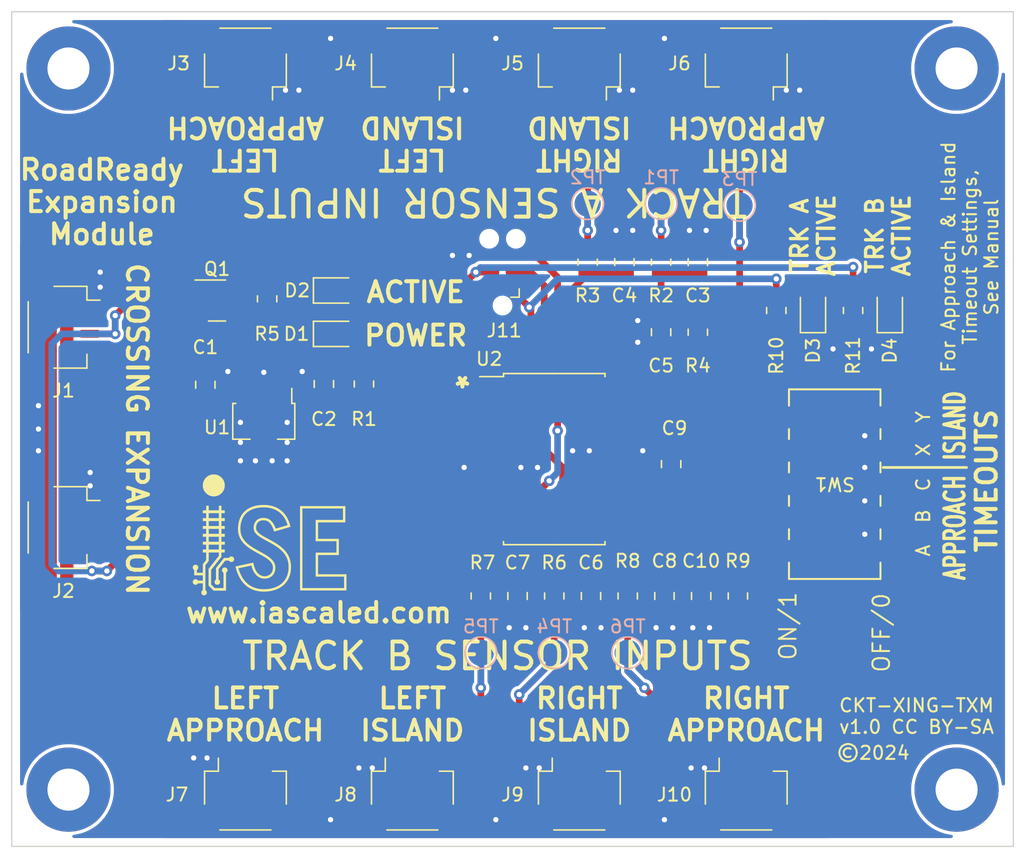
<source format=kicad_pcb>
(kicad_pcb (version 20211014) (generator pcbnew)
  (layers (0 "F.Cu" signal) (31 "B.Cu" signal) (34 "B.Paste" user) (35 "F.Paste" user) (36 "B.SilkS" user "B.Silkscreen") (37 "F.SilkS" user "F.Silkscreen") (38 "B.Mask" user) (39 "F.Mask" user) (44 "Edge.Cuts" user))
  (net 0 "")
  (net 1 "/VIN")
  (net 2 "GND")
  (net 3 "+3.3V")
  (net 4 "/~{ISLAND_1}")
  (net 5 "/~{APPR_A_1}")
  (net 6 "/~{RESET}")
  (net 7 "Net-(D1-Pad2)")
  (net 8 "/AVR_MOSI")
  (net 9 "/AVR_MISO")
  (net 10 "/AVR_SCK")
  (net 11 "Net-(D2-Pad2)")
  (net 12 "/~{APPR_B_1}")
  (net 13 "/~{ISLAND_2}")
  (net 14 "/~{APPR_A_2}")
  (net 15 "/~{APPR_B_2}")
  (net 22 "Net-(J1-Pad3)")
  (net 24 "/SW3")
  (net 25 "/SW4")
  (net 26 "/SW5")
  (net 28 "Net-(R2-Pad1)")
  (net 30 "Net-(J6-Pad3)")
  (net 32 "Net-(J7-Pad3)")
  (net 36 "Net-(J10-Pad3)")
  (net 38 "/~{ENABLE}")
  (net 39 "/SW1")
  (net 40 "/SW2")
  (net 41 "Net-(J3-Pad3)")
  (net 42 "Net-(J8-Pad3)")
  (net 43 "Net-(D3-Pad2)")
  (net 44 "Net-(D4-Pad2)")
  (footprint "ISE_Generic:SOT-89-3" (layer "F.Cu") (at 44.577 49.911 -90)
    (fp_text reference "U1")
    (fp_text value "AP7381-33Y")
  )
  (footprint "Resistor_SMD:R_0805_2012Metric" (layer "F.Cu") (at 61.087 63.5 90)
    (fp_text reference "R7")
    (fp_text value "1k")
  )
  (footprint "MountingHole:MountingHole_3.2mm_M3_Pad" (layer "F.Cu") (at 29.718 23.368)
    (fp_text reference "H1" hide)
    (fp_text value "MountingHole")
  )
  (footprint "Connector_JST:JST_SH_SM04B-SRSS-TB_1x04-1MP_P1.00mm_Horizontal" (layer "F.Cu") (at 43.18 22.987 180)
    (fp_text reference "J3")
    (fp_text value "SM04B-SRSS")
  )
  (footprint "Capacitor_SMD:C_0805_2012Metric" (layer "F.Cu") (at 77.597 38.1 90)
    (fp_text reference "C3")
    (fp_text value "1uF")
  )
  (footprint "Connector_JST:JST_SH_SM04B-SRSS-TB_1x04-1MP_P1.00mm_Horizontal" (layer "F.Cu") (at 29.337 43.053 -90)
    (fp_text reference "J1")
    (fp_text value "SM04B-SRSS")
  )
  (footprint "Capacitor_SMD:C_0805_2012Metric" (layer "F.Cu") (at 72.009 38.1 90)
    (fp_text reference "C4")
    (fp_text value "1uF")
  )
  (footprint "Resistor_SMD:R_0805_2012Metric" (layer "F.Cu") (at 80.645 63.5 90)
    (fp_text reference "R9")
    (fp_text value "10k")
  )
  (footprint "Resistor_SMD:R_0805_2012Metric" (layer "F.Cu") (at 69.215 38.1 -90)
    (fp_text reference "R3")
    (fp_text value "1k")
  )
  (footprint "Connector_JST:JST_SH_SM04B-SRSS-TB_1x04-1MP_P1.00mm_Horizontal" (layer "F.Cu") (at 81.28 22.987 180)
    (fp_text reference "J6")
    (fp_text value "SM04B-SRSS")
  )
  (footprint "Resistor_SMD:R_0805_2012Metric" (layer "F.Cu") (at 52.197 47.371 -90)
    (fp_text reference "R1")
    (fp_text value "1k")
  )
  (footprint "Resistor_SMD:R_0805_2012Metric" (layer "F.Cu") (at 77.597 43.434 -90)
    (fp_text reference "R4")
    (fp_text value "1k")
  )
  (footprint "MountingHole:MountingHole_3.2mm_M3_Pad" (layer "F.Cu") (at 29.718 78.232)
    (fp_text reference "H4" hide)
    (fp_text value "MountingHole")
  )
  (footprint "Package_TO_SOT_SMD:SOT-23" (layer "F.Cu") (at 41.021 41.021)
    (fp_text reference "Q1")
    (fp_text value "ZXMS6004FF")
  )
  (footprint "Resistor_SMD:R_0805_2012Metric" (layer "F.Cu") (at 74.803 38.1 -90)
    (fp_text reference "R2")
    (fp_text value "1k")
  )
  (footprint "MountingHole:MountingHole_3.2mm_M3_Pad" (layer "F.Cu") (at 97.282 78.232)
    (fp_text reference "H2" hide)
    (fp_text value "MountingHole")
  )
  (footprint "Connector_JST:JST_SH_SM04B-SRSS-TB_1x04-1MP_P1.00mm_Horizontal" (layer "F.Cu") (at 68.58 22.987 180)
    (fp_text reference "J5")
    (fp_text value "SM04B-SRSS")
  )
  (footprint "Connector_JST:JST_SH_SM04B-SRSS-TB_1x04-1MP_P1.00mm_Horizontal" (layer "F.Cu") (at 55.88 22.987 180)
    (fp_text reference "J4")
    (fp_text value "SM04B-SRSS")
  )
  (footprint "Resistor_SMD:R_0805_2012Metric" (layer "F.Cu") (at 66.675 63.5 90)
    (fp_text reference "R6")
    (fp_text value "1k")
  )
  (footprint "Connector_JST:JST_SH_SM04B-SRSS-TB_1x04-1MP_P1.00mm_Horizontal" (layer "F.Cu") (at 55.88 78.613)
    (fp_text reference "J8")
    (fp_text value "SM04B-SRSS")
  )
  (footprint "Capacitor_SMD:C_0805_2012Metric" (layer "F.Cu") (at 75.565 53.467 90)
    (fp_text reference "C9")
    (fp_text value "0.1uF")
  )
  (footprint "Capacitor_SMD:C_0805_2012Metric" (layer "F.Cu") (at 77.851 63.5 -90)
    (fp_text reference "C10")
    (fp_text value "1uF")
  )
  (footprint "Connector_JST:JST_SH_SM04B-SRSS-TB_1x04-1MP_P1.00mm_Horizontal" (layer "F.Cu") (at 68.58 78.613)
    (fp_text reference "J9")
    (fp_text value "SM04B-SRSS")
  )
  (footprint "Capacitor_SMD:C_0805_2012Metric" (layer "F.Cu") (at 40.132 47.432 90)
    (fp_text reference "C1")
    (fp_text value "10uF")
  )
  (footprint "Resistor_SMD:R_0805_2012Metric" (layer "F.Cu") (at 89.408 41.783 90)
    (fp_text reference "R11")
    (fp_text value "1k")
  )
  (footprint "Connector_JST:JST_SH_SM04B-SRSS-TB_1x04-1MP_P1.00mm_Horizontal" (layer "F.Cu") (at 81.28 78.613)
    (fp_text reference "J10")
    (fp_text value "SM04B-SRSS")
  )
  (footprint "LED_SMD:LED_0805_2012Metric" (layer "F.Cu") (at 86.36 41.783 90)
    (fp_text reference "D3")
    (fp_text value "AMBER")
  )
  (footprint "Capacitor_SMD:C_0805_2012Metric" (layer "F.Cu") (at 75.057 63.5 -90)
    (fp_text reference "C8")
    (fp_text value "1uF")
  )
  (footprint "LED_SMD:LED_0805_2012Metric" (layer "F.Cu") (at 50.038 43.561)
    (fp_text reference "D1")
    (fp_text value "GREEN LED")
  )
  (footprint "MountingHole:MountingHole_3.2mm_M3_Pad" (layer "F.Cu") (at 97.282 23.368)
    (fp_text reference "H3" hide)
    (fp_text value "MountingHole")
  )
  (footprint "ISE_UltraLibrarian:CST_219SMT" (layer "F.Cu") (at 88.011 54.991 180)
    (fp_text reference "SW1")
    (fp_text value "SW_DIP_x05")
  )
  (footprint "LED_SMD:LED_0805_2012Metric" (layer "F.Cu") (at 92.202 41.783 90)
    (fp_text reference "D4")
    (fp_text value "AMBER")
  )
  (footprint "Capacitor_SMD:C_0805_2012Metric" (layer "F.Cu") (at 63.881 63.5 -90)
    (fp_text reference "C7")
    (fp_text value "1uF")
  )
  (footprint "LED_SMD:LED_0805_2012Metric" (layer "F.Cu") (at 50.038 40.259)
    (fp_text reference "D2")
    (fp_text value "RED")
  )
  (footprint "Connector_JST:JST_SH_SM04B-SRSS-TB_1x04-1MP_P1.00mm_Horizontal" (layer "F.Cu") (at 29.337 58.293 -90)
    (fp_text reference "J2")
    (fp_text value "SM04B-SRSS")
  )
  (footprint "Resistor_SMD:R_0805_2012Metric" (layer "F.Cu") (at 72.263 63.5 90)
    (fp_text reference "R8")
    (fp_text value "1k")
  )
  (footprint "Resistor_SMD:R_0805_2012Metric" (layer "F.Cu") (at 83.566 41.783 90)
    (fp_text reference "R10")
    (fp_text value "1k")
  )
  (footprint "Resistor_SMD:R_0805_2012Metric" (layer "F.Cu") (at 44.831 40.894 90)
    (fp_text reference "R5")
    (fp_text value "1k")
  )
  (footprint "Capacitor_SMD:C_0805_2012Metric" (layer "F.Cu") (at 74.803 43.434 90)
    (fp_text reference "C5")
    (fp_text value "1uF")
  )
  (footprint "Package_SO:SOIC-20W_7.5x12.8mm_P1.27mm" (layer "F.Cu") (at 66.675 53.086)
    (fp_text reference "U2")
    (fp_text value "ATtiny861A-S")
  )
  (footprint "Connector:Tag-Connect_TC2030-IDC-NL_2x03_P1.27mm_Vertical" (layer "F.Cu") (at 62.738 38.862 90)
    (fp_text reference "J11")
    (fp_text value "Conn_AVR_TagConnect_TC2030")
  )
  (footprint "Capacitor_SMD:C_0805_2012Metric" (layer "F.Cu") (at 69.469 63.5 -90)
    (fp_text reference "C6")
    (fp_text value "1uF")
  )
  (footprint "Connector_JST:JST_SH_SM04B-SRSS-TB_1x04-1MP_P1.00mm_Horizontal" (layer "F.Cu") (at 43.18 78.613)
    (fp_text reference "J7")
    (fp_text value "SM04B-SRSS")
  )
  (footprint "Capacitor_SMD:C_0805_2012Metric" (layer "F.Cu") (at 49.149 47.371 90)
    (fp_text reference "C2")
    (fp_text value "22uF")
  )
  (footprint "TestPoint:TestPoint_Pad_D2.0mm" (layer "B.Cu") (at 80.772 33.782 180)
    (fp_text reference "TP3")
    (fp_text value "TestPoint")
  )
  (footprint "TestPoint:TestPoint_Pad_D2.0mm" (layer "B.Cu") (at 61.087 67.818 180)
    (fp_text reference "TP5")
    (fp_text value "TestPoint")
  )
  (footprint "TestPoint:TestPoint_Pad_D2.0mm" (layer "B.Cu") (at 74.803 33.655 180)
    (fp_text reference "TP1")
    (fp_text value "TestPoint")
  )
  (footprint "TestPoint:TestPoint_Pad_D2.0mm" (layer "B.Cu") (at 69.215 33.655 180)
    (fp_text reference "TP2")
    (fp_text value "TestPoint")
  )
  (footprint "TestPoint:TestPoint_Pad_D2.0mm" (layer "B.Cu") (at 66.675 67.818 180)
    (fp_text reference "TP4")
    (fp_text value "TestPoint")
  )
  (footprint "TestPoint:TestPoint_Pad_D2.0mm" (layer "B.Cu") (at 72.263 67.818 180)
    (fp_text reference "TP6")
    (fp_text value "TestPoint")
  )
  (gr_poly (pts (xy 42.124354 60.493208) (xy 42.139221 60.494977) (xy 42.154004 60.497646) (xy 42.168591 60.501189) (xy 42.182873 60.505574) (xy 42.196738 60.510774) (xy 42.210076 60.51676) (xy 42.222776 60.523502) (xy 42.234728 60.530971) (xy 42.245821 60.53914) (xy 42.25101 60.543477) (xy 42.255944 60.547978) (xy 42.260608 60.552639) (xy 42.264988 60.557457) (xy 42.273738 60.568002) (xy 42.281738 60.578848) (xy 42.288993 60.589965) (xy 42.295507 60.601324) (xy 42.301287 60.612894) (xy 42.306339 60.624645) (xy 42.310667 60.636548) (xy 42.314277 60.648573) (xy 42.317176 60.660689) (xy 42.319368 60.672868) (xy 42.320859 60.685079) (xy 42.321654 60.697293) (xy 42.32176 60.709479) (xy 42.321181 60.721608) (xy 42.319923 60.73365) (xy 42.317993 60.745575) (xy 42.315394 60.757354) (xy 42.312134 60.768955) (xy 42.308217 60.780351) (xy 42.303649 60.79151) (xy 42.298435 60.802402) (xy 42.292582 60.812999) (xy 42.286094 60.82327) (xy 42.278978 60.833186) (xy 42.271238 60.842715) (xy 42.262881 60.85183) (xy 42.253911 60.860499) (xy 42.244335 60.868693) (xy 42.234158 60.876383) (xy 42.223386 60.883537) (xy 42.212023 60.890127) (xy 42.200077 60.896123) (xy 42.190142 60.90034) (xy 42.179701 60.903995) (xy 42.168826 60.907087) (xy 42.157589 60.909617) (xy 42.146063 60.911585) (xy 42.134319 60.912991) (xy 42.122431 60.913834) (xy 42.110471 60.914115) (xy 42.098511 60.913834) (xy 42.086623 60.912991) (xy 42.074879 60.911585) (xy 42.063353 60.909617) (xy 42.052116 60.907087) (xy 42.041241 60.903995) (xy 42.0308 60.90034) (xy 42.020866 60.896123) (xy 42.014231 60.892677) (xy 42.00711 60.888496) (xy 41.99963 60.883688) (xy 41.991916 60.878363) (xy 41.984094 60.872629) (xy 41.976291 60.866594) (xy 41.968633 60.860366) (xy 41.961246 60.854055) (xy 41.954256 60.847768) (xy 41.947788 60.841615) (xy 41.94197 60.835704) (xy 41.936926 60.830143) (xy 41.932784 60.825041) (xy 41.931091 60.822696) (xy 41.92967 60.820507) (xy 41.928537 60.818486) (xy 41.927708 60.816648) (xy 41.9272 60.815006) (xy 41.927027 60.813574) (xy 41.926303 60.812921) (xy 41.924178 60.812288) (xy 41.916013 60.811093) (xy 41.903102 60.810014) (xy 41.886016 60.809076) (xy 41.865325 60.808303) (xy 41.841599 60.80772) (xy 41.787327 60.807224) (xy 41.647627 60.807224) (xy 41.392216 61.129662) (xy 41.136805 61.452807) (xy 41.136805 62.24444) (xy 41.155149 62.254318) (xy 41.16096 62.25777) (xy 41.166977 62.261992) (xy 41.17314 62.266911) (xy 41.179391 62.272453) (xy 41.185672 62.278545) (xy 41.191922 62.285113) (xy 41.198083 62.292084) (xy 41.204097 62.299385) (xy 41.209904 62.306943) (xy 41.215445 62.314683) (xy 41.220662 62.322533) (xy 41.225495 62.330419) (xy 41.229886 62.338267) (xy 41.233776 62.346005) (xy 41.237105 62.35356) (xy 41.239816 62.360856) (xy 41.242727 62.370984) (xy 41.245116 62.381717) (xy 41.246987 62.392951) (xy 41.248348 62.404579) (xy 41.249205 62.416497) (xy 41.249564 62.428598) (xy 41.249431 62.440779) (xy 41.248812 62.452932) (xy 41.247713 62.464953) (xy 41.246141 62.476736) (xy 41.244102 62.488176) (xy 41.241602 62.499168) (xy 41.238647 62.509605) (xy 41.235243 62.519384) (xy 41.231398 62.528397) (xy 41.227116 62.53654) (xy 41.218947 62.549496) (xy 41.210316 62.561638) (xy 41.201224 62.572964) (xy 41.191673 62.58347) (xy 41.181662 62.593154) (xy 41.171194 62.602012) (xy 41.160268 62.610041) (xy 41.148887 62.617238) (xy 41.137051 62.6236) (xy 41.124762 62.629124) (xy 41.11202 62.633806) (xy 41.098826 62.637644) (xy 41.085181 62.640635) (xy 41.071087 62.642775) (xy 41.056545 62.644061) (xy 41.041554 62.64449) (xy 41.03027 62.644228) (xy 41.019179 62.643447) (xy 41.008291 62.642159) (xy 40.997618 62.640374) (xy 40.987172 62.638105) (xy 40.976962 62.635361) (xy 40.966999 62.632154) (xy 40.957296 62.628494) (xy 40.947862 62.624393) (xy 40.938709 62.619862) (xy 40.929848 62.614912) (xy 40.921289 62.609553) (xy 40.913044 62.603797) (xy 40.905124 62.597654) (xy 40.897539 62.591136) (xy 40.890301 62.584253) (xy 40.883421 62.577017) (xy 40.876909 62.569439) (xy 40.870776 62.561529) (xy 40.865035 62.553298) (xy 40.859695 62.544758) (xy 40.854767 62.53592) (xy 40.850263 62.526794) (xy 40.846193 62.517391) (xy 40.842569 62.507722) (xy 40.839401 62.497799) (xy 40.8367 62.487633) (xy 40.834478 62.477233) (xy 40.832745 62.466612) (xy 40.831513 62.455781) (xy 40.830792 62.444749) (xy 40.830593 62.433529) (xy 40.830867 62.421274) (xy 40.83169 62.409372) (xy 40.833068 62.397813) (xy 40.835003 62.386587) (xy 40.837501 62.375684) (xy 40.840565 62.365093) (xy 40.8442 62.354803) (xy 40.848409 62.344805) (xy 40.853197 62.335089) (xy 40.858568 62.325642) (xy 40.864526 62.316457) (xy 40.871075 62.307521) (xy 40.878219 62.298826) (xy 40.885963 62.290359) (xy 40.894311 62.282112) (xy 40.903266 62.274074) (xy 40.939249 62.243029) (xy 40.939249 61.377312) (xy 41.244755 60.990668) (xy 41.549554 60.603318) (xy 41.736527 60.602612) (xy 41.923499 60.601907) (xy 41.942549 60.57439) (xy 41.947134 60.568101) (xy 41.95214 60.561944) (xy 41.957543 60.555935) (xy 41.963319 60.550093) (xy 41.969441 60.544431) (xy 41.975886 60.538969) (xy 41.982629 60.533721) (xy 41.989645 60.528705) (xy 41.996908 60.523937) (xy 42.004395 60.519434) (xy 42.01208 60.515212) (xy 42.019939 60.511287) (xy 42.027947 60.507677) (xy 42.036079 60.504397) (xy 42.04431 60.501465) (xy 42.052616 60.498896) (xy 42.059366 60.497178) (xy 42.066248 60.495724) (xy 42.080349 60.493599) (xy 42.094807 60.49249) (xy 42.109512 60.492369)) (layer "F.SilkS") (width 0) (fill solid))
  (gr_poly (pts (xy 44.638744 56.575216) (xy 44.708525 56.576294) (xy 44.768153 56.578198) (xy 44.812749 56.580946) (xy 44.968384 56.600204) (xy 45.118462 56.629042) (xy 45.19136 56.64701) (xy 45.2628 56.667319) (xy 45.33276 56.689952) (xy 45.401215 56.714891) (xy 45.468144 56.742119) (xy 45.533524 56.771617) (xy 45.597331 56.803367) (xy 45.659544 56.837352) (xy 45.720138 56.873554) (xy 45.779091 56.911955) (xy 45.836381 56.952538) (xy 45.891984 56.995284) (xy 45.945878 57.040175) (xy 45.998039 57.087194) (xy 46.048445 57.136323) (xy 46.097074 57.187545) (xy 46.143901 57.24084) (xy 46.188904 57.296192) (xy 46.232061 57.353583) (xy 46.273348 57.412994) (xy 46.312743 57.474409) (xy 46.350222 57.537809) (xy 46.385764 57.603175) (xy 46.419344 57.670492) (xy 46.450941 57.73974) (xy 46.480531 57.810902) (xy 46.533599 57.958896) (xy 46.544966 57.995082) (xy 46.556937 58.03579) (xy 46.568859 58.078467) (xy 46.580077 58.120556) (xy 46.58994 58.159504) (xy 46.597793 58.192754) (xy 46.602984 58.217753) (xy 46.604377 58.22636) (xy 46.60486 58.231946) (xy 46.603089 58.23386) (xy 46.597606 58.236744) (xy 46.574477 58.245726) (xy 46.472392 58.278689) (xy 46.282201 58.335729) (xy 45.987499 58.42174) (xy 45.747323 58.491171) (xy 45.550407 58.547505) (xy 45.416991 58.585054) (xy 45.380421 58.595006) (xy 45.367316 58.598129) (xy 45.366117 58.595651) (xy 45.363678 58.589552) (xy 45.355674 58.568143) (xy 45.344495 58.537209) (xy 45.331332 58.500057) (xy 45.300718 58.41654) (xy 45.269413 58.338434) (xy 45.237336 58.265642) (xy 45.204409 58.198068) (xy 45.170552 58.135617) (xy 45.135685 58.078191) (xy 45.117848 58.051333) (xy 45.099729 58.025696) (xy 45.081317 58.001267) (xy 45.062604 57.978034) (xy 45.043578 57.955986) (xy 45.02423 57.93511) (xy 45.00455 57.915395) (xy 44.984528 57.896828) (xy 44.964154 57.879397) (xy 44.943419 57.863091) (xy 44.922311 57.847897) (xy 44.900822 57.833803) (xy 44.878941 57.820798) (xy 44.856658 57.808869) (xy 44.833964 57.798004) (xy 44.810849 57.788191) (xy 44.787301 57.779419) (xy 44.763313 57.771675) (xy 44.738873 57.764947) (xy 44.713971 57.759224) (xy 44.697316 57.755983) (xy 44.679483 57.75314) (xy 44.660652 57.750695) (xy 44.641001 57.748651) (xy 44.599956 57.745767) (xy 44.557779 57.744495) (xy 44.515899 57.744844) (xy 44.475747 57.746822) (xy 44.456766 57.748424) (xy 44.438754 57.750436) (xy 44.421888 57.75286) (xy 44.406349 57.755696) (xy 44.360856 57.766794) (xy 44.318033 57.780513) (xy 44.277873 57.796864) (xy 44.240367 57.815856) (xy 44.222607 57.826345) (xy 44.205507 57.837497) (xy 44.189066 57.849315) (xy 44.173284 57.861798) (xy 44.158159 57.874948) (xy 44.143691 57.888767) (xy 44.129877 57.903256) (xy 44.116718 57.918415) (xy 44.104212 57.934245) (xy 44.092359 57.950749) (xy 44.081156 57.967927) (xy 44.070604 57.98578) (xy 44.051445 58.023517) (xy 44.034874 58.063969) (xy 44.020883 58.107145) (xy 44.009463 58.153055) (xy 44.000606 58.201707) (xy 43.994304 58.253113) (xy 43.992488 58.274567) (xy 43.991282 58.295068) (xy 43.990703 58.314706) (xy 43.990766 58.333568) (xy 43.991486 58.351744) (xy 43.992878 58.369322) (xy 43.994959 58.386393) (xy 43.997744 58.403043) (xy 44.001248 58.419363) (xy 44.005487 58.435441) (xy 44.010477 58.451366) (xy 44.016232 58.467227) (xy 44.022769 58.483112) (xy 44.030102 58.499112) (xy 44.038248 58.515314) (xy 44.047221 58.531807) (xy 44.058592 58.551032) (xy 44.071279 58.570351) (xy 44.085293 58.589773) (xy 44.100645 58.609308) (xy 44.117345 58.628967) (xy 44.135402 58.648761) (xy 44.154828 58.6687) (xy 44.175632 58.688793) (xy 44.197826 58.709052) (xy 44.221419 58.729487) (xy 44.246422 58.750107) (xy 44.272845 58.770924) (xy 44.300698 58.791948) (xy 44.329992 58.813189) (xy 44.360737 58.834657) (xy 44.392943 58.856363) (xy 44.438442 58.886061) (xy 44.484147 58.914824) (xy 44.53278 58.944233) (xy 44.587059 58.975866) (xy 44.723441 59.052121) (xy 44.915054 59.156224) (xy 45.046123 59.226987) (xy 45.158736 59.288549) (xy 45.255871 59.342619) (xy 45.340505 59.390909) (xy 45.415613 59.435132) (xy 45.484173 59.476998) (xy 45.549161 59.518219) (xy 45.613554 59.560507) (xy 45.735644 59.645532) (xy 45.849572 59.731915) (xy 45.955445 59.819824) (xy 46.053369 59.909426) (xy 46.143451 60.000888) (xy 46.225796 60.094378) (xy 46.300512 60.190063) (xy 46.367705 60.288111) (xy 46.427482 60.388689) (xy 46.479948 60.491964) (xy 46.52521 60.598105) (xy 46.563376 60.707277) (xy 46.59455 60.81965) (xy 46.61884 60.935389) (xy 46.636352 61.054664) (xy 46.647193 61.17764) (xy 46.650217 61.25322) (xy 46.650346 61.331165) (xy 46.647665 61.410532) (xy 46.642254 61.490378) (xy 46.634198 61.569761) (xy 46.623579 61.647739) (xy 46.610479 61.723368) (xy 46.594982 61.795707) (xy 46.558883 61.926985) (xy 46.513956 62.052681) (xy 46.460401 62.172617) (xy 46.398419 62.286619) (xy 46.328209 62.394511) (xy 46.249974 62.496117) (xy 46.163912 62.591261) (xy 46.070225 62.679768) (xy 45.969113 62.761462) (xy 45.860777 62.836167) (xy 45.745417 62.903708) (xy 45.623234 62.963908) (xy 45.494428 63.016593) (xy 45.359199 63.061586) (xy 45.217748 63.098712) (xy 45.070277 63.127795) (xy 44.964023 63.143134) (xy 44.854718 63.154728) (xy 44.74381 63.162535) (xy 44.632744 63.166513) (xy 44.522968 63.166622) (xy 44.415929 63.16282) (xy 44.313074 63.155066) (xy 44.263667 63.149694) (xy 44.215849 63.143318) (xy 44.10108 63.123434) (xy 43.989617 63.098186) (xy 43.881473 63.067581) (xy 43.776663 63.031631) (xy 43.675202 62.990343) (xy 43.577104 62.943727) (xy 43.482383 62.891793) (xy 43.391055 62.834549) (xy 43.303133 62.772006) (xy 43.218632 62.704171) (xy 43.137566 62.631056) (xy 43.059951 62.552669) (xy 42.985799 62.469018) (xy 42.915127 62.380115) (xy 42.847948 62.285967) (xy 42.784277 62.186585) (xy 42.760697 62.14601) (xy 42.734149 62.097332) (xy 42.705832 62.042965) (xy 42.676944 61.985325) (xy 42.648685 61.926824) (xy 42.622252 61.869878) (xy 42.598846 61.816901) (xy 42.579665 61.770307) (xy 42.552624 61.698511) (xy 42.524467 61.617554) (xy 42.496855 61.533025) (xy 42.471451 61.450514) (xy 42.45659 61.398824) (xy 42.652809 61.398824) (xy 42.653043 61.402271) (xy 42.65374 61.406603) (xy 42.654915 61.411941) (xy 42.656581 61.418405) (xy 42.658754 61.426117) (xy 42.664677 61.445766) (xy 42.672799 61.471857) (xy 42.691141 61.528442) (xy 42.710428 61.584383) (xy 42.730628 61.639615) (xy 42.751711 61.694074) (xy 42.773646 61.747693) (xy 42.796401 61.800407) (xy 42.819946 61.852152) (xy 42.844249 61.902863) (xy 42.86928 61.952474) (xy 42.895008 62.00092) (xy 42.921401 62.048136) (xy 42.948429 62.094057) (xy 42.97606 62.138619) (xy 43.004264 62.181754) (xy 43.03301 62.2234) (xy 43.062266 62.26349) (xy 43.123504 62.341015) (xy 43.187378 62.414057) (xy 43.25391 62.48263) (xy 43.323123 62.546749) (xy 43.39504 62.606427) (xy 43.469683 62.66168) (xy 43.547075 62.712521) (xy 43.627239 62.758967) (xy 43.710198 62.801029) (xy 43.795975 62.838725) (xy 43.884591 62.872067) (xy 43.97607 62.90107) (xy 44.070435 62.925749) (xy 44.167709 62.946118) (xy 44.267913 62.962192) (xy 44.371071 62.973984) (xy 44.426813 62.977574) (xy 44.49461 62.979419) (xy 44.570575 62.979627) (xy 44.650824 62.978306) (xy 44.73147 62.975562) (xy 44.808626 62.971504) (xy 44.878407 62.966238) (xy 44.936927 62.959873) (xy 45.019561 62.947504) (xy 45.099985 62.932883) (xy 45.178205 62.916009) (xy 45.254228 62.89688) (xy 45.32806 62.875494) (xy 45.399708 62.851849) (xy 45.469176 62.825942) (xy 45.536472 62.797772) (xy 45.601602 62.767336) (xy 45.664572 62.734633) (xy 45.725388 62.69966) (xy 45.784056 62.662416) (xy 45.840583 62.622897) (xy 45.894975 62.581103) (xy 45.947237 62.537031) (xy 45.997377 62.490679) (xy 46.043353 62.444243) (xy 46.086844 62.396443) (xy 46.12788 62.347221) (xy 46.166489 62.296519) (xy 46.202701 62.244279) (xy 46.236543 62.190443) (xy 46.268046 62.134954) (xy 46.297238 62.077753) (xy 46.324147 62.018782) (xy 46.348804 61.957985) (xy 46.371236 61.895302) (xy 46.391474 61.830676) (xy 46.409545 61.764049) (xy 46.425478 61.695364) (xy 46.439303 61.624561) (xy 46.451049 61.551585) (xy 46.453622 61.530287) (xy 46.455787 61.504401) (xy 46.45892 61.441474) (xy 46.4605 61.36803) (xy 46.460574 61.289294) (xy 46.459193 61.210493) (xy 46.456407 61.13685) (xy 46.452264 61.073593) (xy 46.446815 61.025946) (xy 46.440088 60.987199) (xy 46.431756 60.945369) (xy 46.422135 60.901736) (xy 46.411538 60.857582) (xy 46.400279 60.814189) (xy 46.388674 60.772839) (xy 46.377035 60.734812) (xy 46.365677 60.70139) (xy 46.354822 60.67303) (xy 46.342932 60.644108) (xy 46.330065 60.614723) (xy 46.316277 60.584974) (xy 46.301624 60.55496) (xy 46.286165 60.524781) (xy 46.253052 60.464324) (xy 46.217393 60.404395) (xy 46.179641 60.34579) (xy 46.160123 60.317232) (xy 46.140253 60.289302) (xy 46.120087 60.262099) (xy 46.099682 60.235723) (xy 46.085894 60.218991) (xy 46.069609 60.20022) (xy 46.030813 60.157804) (xy 45.985816 60.110956) (xy 45.93714 60.062157) (xy 45.887306 60.013887) (xy 45.838836 59.968627) (xy 45.794253 59.928857) (xy 45.756077 59.897057) (xy 45.668617 59.829845) (xy 45.581727 59.766684) (xy 45.49115 59.704945) (xy 45.392628 59.641999) (xy 45.281901 59.575216) (xy 45.154712 59.501968) (xy 45.006803 59.419625) (xy 44.833916 59.325557) (xy 44.659975 59.230831) (xy 44.514883 59.149697) (xy 44.451897 59.113411) (xy 44.394612 59.079544) (xy 44.342526 59.047769) (xy 44.295136 59.017758) (xy 44.251937 58.989187) (xy 44.212427 58.961727) (xy 44.176103 58.935053) (xy 44.14246 58.908838) (xy 44.110996 58.882755) (xy 44.081208 58.856478) (xy 44.052591 58.82968) (xy 44.024643 58.802035) (xy 43.997886 58.774301) (xy 43.973141 58.747119) (xy 43.95035 58.720376) (xy 43.929459 58.693963) (xy 43.910413 58.66777) (xy 43.893154 58.641685) (xy 43.877627 58.615598) (xy 43.863777 58.589398) (xy 43.851547 58.562975) (xy 43.840882 58.536218) (xy 43.831726 58.509017) (xy 43.824023 58.481261) (xy 43.817717 58.452839) (xy 43.812753 58.423641) (xy 43.809075 58.393556) (xy 43.806627 58.362474) (xy 43.804937 58.31362) (xy 43.80591 58.265064) (xy 43.809479 58.216974) (xy 43.815579 58.169515) (xy 43.824142 58.122855) (xy 43.835103 58.077158) (xy 43.848395 58.032592) (xy 43.863953 57.989323) (xy 43.881711 57.947518) (xy 43.901601 57.907342) (xy 43.923559 57.868963) (xy 43.947517 57.832546) (xy 43.973411 57.798259) (xy 44.001173 57.766267) (xy 44.030737 57.736737) (xy 44.046175 57.722947) (xy 44.062038 57.709835) (xy 44.10862 57.676401) (xy 44.1589 57.647021) (xy 44.212426 57.621713) (xy 44.268744 57.600496) (xy 44.327401 57.583388) (xy 44.387947 57.570408) (xy 44.449926 57.561574) (xy 44.512888 57.556906) (xy 44.576378 57.556421) (xy 44.639946 57.560139) (xy 44.703137 57.568077) (xy 44.765499 57.580255) (xy 44.826579 57.596691) (xy 44.885926 57.617404) (xy 44.943085 57.642412) (xy 44.997605 57.671735) (xy 45.013448 57.681749) (xy 45.030427 57.693674) (xy 45.048352 57.707322) (xy 45.067036 57.722502) (xy 45.08629 57.739025) (xy 45.105927 57.756703) (xy 45.125758 57.775347) (xy 45.145595 57.794766) (xy 45.16525 57.814773) (xy 45.184535 57.835177) (xy 45.203263 57.85579) (xy 45.221244 57.876423) (xy 45.23829 57.896886) (xy 45.254215 57.916991) (xy 45.268828 57.936548) (xy 45.281944 57.955368) (xy 45.304014 57.990321) (xy 45.327011 58.029407) (xy 45.350405 58.071603) (xy 45.373666 58.115882) (xy 45.396266 58.16122) (xy 45.417675 58.20659) (xy 45.437364 58.250969) (xy 45.454804 58.29333) (xy 45.45914 58.304216) (xy 45.463164 58.314141) (xy 45.466894 58.323135) (xy 45.470349 58.331231) (xy 45.473547 58.338458) (xy 45.476508 58.344849) (xy 45.477906 58.347739) (xy 45.47925 58.350433) (xy 45.480545 58.352932) (xy 45.481792 58.355242) (xy 45.482993 58.357365) (xy 45.484151 58.359307) (xy 45.485269 58.36107) (xy 45.486348 58.362658) (xy 45.48739 58.364076) (xy 45.488399 58.365328) (xy 45.489376 58.366417) (xy 45.490325 58.367346) (xy 45.491246 58.368121) (xy 45.492143 58.368745) (xy 45.493017 58.369221) (xy 45.493872 58.369554) (xy 45.494709 58.369747) (xy 45.49553 58.369805) (xy 45.496339 58.369731) (xy 45.497138 58.369529) (xy 45.934582 58.242529) (xy 46.23947 58.153894) (xy 46.33493 58.125551) (xy 46.362191 58.117196) (xy 46.373438 58.113413) (xy 46.375164 58.112564) (xy 46.376628 58.111551) (xy 46.377817 58.110292) (xy 46.378718 58.108705) (xy 46.379318 58.106709) (xy 46.379602 58.104223) (xy 46.379557 58.101163) (xy 46.37917 58.097449) (xy 46.378428 58.093) (xy 46.377317 58.087733) (xy 46.373934 58.07442) (xy 46.368914 58.056857) (xy 46.362149 58.03439) (xy 46.347537 57.988975) (xy 46.331767 57.94379) (xy 46.314876 57.898898) (xy 46.296896 57.854363) (xy 46.277862 57.810251) (xy 46.257808 57.766624) (xy 46.236768 57.723547) (xy 46.214776 57.681083) (xy 46.191866 57.639298) (xy 46.168073 57.598255) (xy 46.14343 57.558018) (xy 46.117971 57.518651) (xy 46.091732 57.480219) (xy 46.064745 57.442785) (xy 46.037044 57.406413) (xy 46.008665 57.371168) (xy 45.996127 57.35647) (xy 45.982177 57.340799) (xy 45.950744 57.307205) (xy 45.915772 57.271726) (xy 45.878667 57.235702) (xy 45.840834 57.200471) (xy 45.803679 57.167373) (xy 45.768608 57.137748) (xy 45.752293 57.124656) (xy 45.737027 57.112935) (xy 45.69154 57.080001) (xy 45.645027 57.048667) (xy 45.597471 57.018926) (xy 45.548853 56.990774) (xy 45.499156 56.964206) (xy 45.448362 56.939215) (xy 45.396454 56.915798) (xy 45.343415 56.893948) (xy 45.289226 56.873661) (xy 45.233871 56.854932) (xy 45.177331 56.837755) (xy 45.119589 56.822125) (xy 45.060627 56.808037) (xy 45.000428 56.795486) (xy 44.938975 56.784467) (xy 44.876249 56.774974) (xy 44.830042 56.770295) (xy 44.767869 56.766386) (xy 44.694864 56.763353) (xy 44.616163 56.761304) (xy 44.5369 56.760346) (xy 44.462209 56.760587) (xy 44.397225 56.762135) (xy 44.347082 56.765096) (xy 44.186045 56.783854) (xy 44.108687 56.796476) (xy 44.033448 56.811249) (xy 43.960335 56.828166) (xy 43.88936 56.847218) (xy 43.820529 56.868399) (xy 43.753853 56.891699) (xy 43.68934 56.917112) (xy 43.627 56.94463) (xy 43.56684 56.974245) (xy 43.50887 57.00595) (xy 43.453099 57.039735) (xy 43.399536 57.075595) (xy 43.348189 57.113521) (xy 43.299068 57.153504) (xy 43.252181 57.195539) (xy 43.207538 57.239616) (xy 43.165147 57.285728) (xy 43.125017 57.333867) (xy 43.087158 57.384026) (xy 43.051577 57.436197) (xy 43.018285 57.490372) (xy 42.987289 57.546543) (xy 42.9586 57.604702) (xy 42.932225 57.664843) (xy 42.908173 57.726956) (xy 42.886454 57.791034) (xy 42.867077 57.85707) (xy 42.85005 57.925056) (xy 42.835382 57.994984) (xy 42.823082 58.066846) (xy 42.815566 58.120785) (xy 42.809421 58.174342) (xy 42.804643 58.227452) (xy 42.801232 58.280045) (xy 42.799186 58.332055) (xy 42.798501 58.383416) (xy 42.799177 58.434059) (xy 42.80121 58.483917) (xy 42.8046 58.532924) (xy 42.809343 58.581013) (xy 42.815439 58.628115) (xy 42.822884 58.674164) (xy 42.831677 58.719093) (xy 42.841816 58.762834) (xy 42.853298 58.80532) (xy 42.866121 58.846485) (xy 42.880439 58.887347) (xy 42.896627 58.92838) (xy 42.914619 58.96949) (xy 42.934351 59.010581) (xy 42.955757 59.051562) (xy 42.978772 59.092336) (xy 43.003331 59.132811) (xy 43.029369 59.172892) (xy 43.056821 59.212486) (xy 43.085622 59.251497) (xy 43.115707 59.289832) (xy 43.14701 59.327398) (xy 43.179466 59.364099) (xy 43.213011 59.399843) (xy 43.247579 59.434534) (xy 43.283105 59.468079) (xy 43.367176 59.542011) (xy 43.454158 59.61252) (xy 43.54782 59.682069) (xy 43.651934 59.753123) (xy 43.770269 59.828147) (xy 43.906595 59.909603) (xy 44.064684 59.999955) (xy 44.248304 60.101668) (xy 44.454062 60.215251) (xy 44.536088 60.261323) (xy 44.606903 60.301781) (xy 44.668523 60.337774) (xy 44.722967 60.370452) (xy 44.772251 60.400963) (xy 44.818393 60.430457) (xy 44.878604 60.470734) (xy 44.935218 60.510415) (xy 44.988343 60.549614) (xy 45.038086 60.588446) (xy 45.084554 60.627026) (xy 45.127857 60.665469) (xy 45.168099 60.703889) (xy 45.205391 60.742401) (xy 45.239837 60.781119) (xy 45.271547 60.820159) (xy 45.300628 60.859635) (xy 45.327187 60.899662) (xy 45.351332 60.940355) (xy 45.373169 60.981828) (xy 45.392808 61.024196) (xy 45.410354 61.067574) (xy 45.420118 61.095722) (xy 45.42877 61.125046) (xy 45.436306 61.155416) (xy 45.442722 61.186702) (xy 45.448013 61.218774) (xy 45.452175 61.2515) (xy 45.455205 61.284752) (xy 45.457097 61.318399) (xy 45.457849 61.35231) (xy 45.457456 61.386355) (xy 45.455913 61.420405) (xy 45.453217 61.454328) (xy 45.449363 61.487996) (xy 45.444348 61.521276) (xy 45.438167 61.55404) (xy 45.430816 61.586157) (xy 45.411523 61.651376) (xy 45.387863 61.713347) (xy 45.359969 61.771966) (xy 45.32797 61.827127) (xy 45.291998 61.878723) (xy 45.252185 61.926651) (xy 45.208661 61.970804) (xy 45.161558 62.011078) (xy 45.111007 62.047366) (xy 45.05714 62.079564) (xy 45.000087 62.107565) (xy 44.939981 62.131265) (xy 44.876951 62.150558) (xy 44.81113 62.165338) (xy 44.742648 62.175501) (xy 44.671638 62.18094) (xy 44.627965 62.181729) (xy 44.584807 62.180409) (xy 44.542188 62.177001) (xy 44.500135 62.171529) (xy 44.458675 62.164017) (xy 44.417833 62.154487) (xy 44.377636 62.142963) (xy 44.338109 62.129468) (xy 44.299278 62.114024) (xy 44.26117 62.096655) (xy 44.223811 62.077384) (xy 44.187227 62.056235) (xy 44.151444 62.033229) (xy 44.116488 62.008391) (xy 44.082385 61.981744) (xy 44.049162 61.95331) (xy 44.016843 61.923113) (xy 43.985457 61.891176) (xy 43.955027 61.857522) (xy 43.925582 61.822175) (xy 43.869746 61.74649) (xy 43.818158 61.664308) (xy 43.771027 61.575813) (xy 43.728561 61.48119) (xy 43.690969 61.380625) (xy 43.65846 61.274301) (xy 43.65375 61.256472) (xy 43.649222 61.239751) (xy 43.644991 61.224518) (xy 43.641174 61.211154) (xy 43.637886 61.200039) (xy 43.635243 61.191553) (xy 43.633361 61.186077) (xy 43.632741 61.184586) (xy 43.632355 61.183991) (xy 43.167482 61.281092) (xy 42.662921 61.389307) (xy 42.658079 61.390626) (xy 42.656215 61.391463) (xy 42.654741 61.392581) (xy 42.653673 61.3941) (xy 42.653024 61.39614) (xy 42.652809 61.398824) (xy 42.45659 61.398824) (xy 42.449916 61.375609) (xy 42.433913 61.3139) (xy 42.428505 61.289741) (xy 42.425103 61.270977) (xy 42.423915 61.258307) (xy 42.424216 61.254475) (xy 42.425149 61.252429) (xy 42.639384 61.203668) (xy 43.103452 61.103645) (xy 43.566859 61.00587) (xy 43.77911 60.963856) (xy 43.78002 60.966269) (xy 43.781624 60.97218) (xy 43.786518 60.992873) (xy 43.793001 61.022693) (xy 43.800277 61.058401) (xy 43.816907 61.136652) (xy 43.835823 61.211832) (xy 43.856994 61.283894) (xy 43.88039 61.352794) (xy 43.905982 61.418486) (xy 43.933738 61.480924) (xy 43.96363 61.540064) (xy 43.995627 61.595858) (xy 44.012406 61.622487) (xy 44.0297 61.648263) (xy 44.047505 61.67318) (xy 44.065818 61.697232) (xy 44.084634 61.720414) (xy 44.103951 61.742721) (xy 44.123764 61.764145) (xy 44.14407 61.784682) (xy 44.164864 61.804327) (xy 44.186144 61.823072) (xy 44.207905 61.840914) (xy 44.230143 61.857845) (xy 44.252856 61.873861) (xy 44.276038 61.888955) (xy 44.299687 61.903122) (xy 44.323799 61.916356) (xy 44.35459 61.931686) (xy 44.385576 61.945395) (xy 44.416758 61.957483) (xy 44.448131 61.96795) (xy 44.479695 61.976798) (xy 44.511446 61.984024) (xy 44.543384 61.98963) (xy 44.575506 61.993615) (xy 44.607809 61.99598) (xy 44.640293 61.996724) (xy 44.672954 61.995848) (xy 44.705791 61.993351) (xy 44.738802 61.989233) (xy 44.771984 61.983495) (xy 44.805335 61.976136) (xy 44.838855 61.967157) (xy 44.888244 61.950714) (xy 44.935024 61.930828) (xy 44.979114 61.907612) (xy 45.020436 61.881178) (xy 45.058909 61.85164) (xy 45.094454 61.81911) (xy 45.126992 61.783701) (xy 45.156443 61.745524) (xy 45.182726 61.704694) (xy 45.205764 61.661322) (xy 45.225476 61.615521) (xy 45.241782 61.567404) (xy 45.254603 61.517084) (xy 45.263859 61.464673) (xy 45.269472 61.410284) (xy 45.27136 61.354029) (xy 45.27076 61.322954) (xy 45.268944 61.292651) (xy 45.265886 61.263052) (xy 45.261559 61.234085) (xy 45.255939 61.20568) (xy 45.248999 61.177767) (xy 45.240713 61.150276) (xy 45.231055 61.123136) (xy 45.22 61.096277) (xy 45.207522 61.06963) (xy 45.193595 61.043122) (xy 45.178193 61.016685) (xy 45.161291 60.990248) (xy 45.142862 60.963741) (xy 45.122881 60.937093) (xy 45.101321 60.910234) (xy 45.072257 60.876344) (xy 45.041619 60.843237) (xy 45.008905 60.810572) (xy 44.973615 60.778009) (xy 44.93525 60.745206) (xy 44.893309 60.711822) (xy 44.847291 60.677516) (xy 44.796697 60.641947) (xy 44.679779 60.565656) (xy 44.538552 60.480221) (xy 44.369015 60.382912) (xy 44.167166 60.271002) (xy 44.003996 60.180845) (xy 43.863523 60.101536) (xy 43.742249 60.030892) (xy 43.636676 59.966731) (xy 43.543307 59.906869) (xy 43.458645 59.849123) (xy 43.379191 59.791312) (xy 43.301449 59.731251) (xy 43.260272 59.697179) (xy 43.215184 59.65751) (xy 43.167963 59.613987) (xy 43.120386 59.568356) (xy 43.074231 59.522362) (xy 43.031276 59.477748) (xy 42.993299 59.436259) (xy 42.976732 59.417232) (xy 42.962077 59.399641) (xy 42.916847 59.341135) (xy 42.874811 59.281737) (xy 42.835954 59.221399) (xy 42.800262 59.160071) (xy 42.76772 59.097706) (xy 42.738314 59.034255) (xy 42.712029 58.969669) (xy 42.68885 58.903899) (xy 42.668764 58.836898) (xy 42.651756 58.768616) (xy 42.637812 58.699005) (xy 42.626916 58.628016) (xy 42.619054 58.555601) (xy 42.614213 58.481711) (xy 42.612377 58.406298) (xy 42.613532 58.329313) (xy 42.617849 58.243818) (xy 42.624715 58.160365) (xy 42.634134 58.078946) (xy 42.646109 57.999553) (xy 42.660643 57.922178) (xy 42.677739 57.846812) (xy 42.697401 57.773446) (xy 42.71963 57.702074) (xy 42.744431 57.632685) (xy 42.771807 57.565273) (xy 42.80176 57.499829) (xy 42.834294 57.436344) (xy 42.869412 57.37481) (xy 42.907116 57.31522) (xy 42.947411 57.257564) (xy 42.990299 57.201835) (xy 43.001866 57.187968) (xy 43.015 57.172954) (xy 43.045167 57.140253) (xy 43.079187 57.10527) (xy 43.115447 57.069543) (xy 43.152336 57.03461) (xy 43.188241 57.002008) (xy 43.221549 56.973276) (xy 43.236726 56.960842) (xy 43.250649 56.949952) (xy 43.303493 56.912143) (xy 43.358284 56.876249) (xy 43.414982 56.842281) (xy 43.47355 56.810252) (xy 43.533949 56.780174) (xy 43.596141 56.75206) (xy 43.660088 56.725922) (xy 43.725752 56.701773) (xy 43.793095 56.679624) (xy 43.862078 56.659489) (xy 43.932662 56.641379) (xy 44.004811 56.625308) (xy 44.078484 56.611287) (xy 44.153646 56.599329) (xy 44.230256 56.589446) (xy 44.308277 56.581652) (xy 44.355651 56.578843) (xy 44.417263 56.576779) (xy 44.488235 56.575475) (xy 44.563688 56.574949)) (layer "F.SilkS") (width 0) (fill solid))
  (gr_poly (pts (xy 40.790377 54.253848) (xy 40.832975 54.255195) (xy 40.872662 54.257353) (xy 40.906661 54.260272) (xy 40.920659 54.262001) (xy 40.932193 54.263902) (xy 40.962941 54.270283) (xy 40.993263 54.277781) (xy 41.023146 54.286387) (xy 41.052579 54.296093) (xy 41.081549 54.30689) (xy 41.110043 54.31877) (xy 41.13805 54.331725) (xy 41.165556 54.345746) (xy 41.19255 54.360826) (xy 41.219018 54.376956) (xy 41.24495 54.394128) (xy 41.270331 54.412333) (xy 41.29515 54.431564) (xy 41.319395 54.451811) (xy 41.343052 54.473067) (xy 41.36611 54.495324) (xy 41.385945 54.515804) (xy 41.404969 54.53676) (xy 41.423181 54.55819) (xy 41.440579 54.58009) (xy 41.457163 54.602457) (xy 41.472931 54.625288) (xy 41.487883 54.64858) (xy 41.502018 54.67233) (xy 41.515334 54.696535) (xy 41.52783 54.721191) (xy 41.539505 54.746296) (xy 41.550359 54.771847) (xy 41.560391 54.797839) (xy 41.569598 54.824271) (xy 41.577981 54.851139) (xy 41.585538 54.87844) (xy 41.592029 54.905842) (xy 41.597483 54.934243) (xy 41.601903 54.963499) (xy 41.605293 54.993468) (xy 41.607659 55.024008) (xy 41.609003 55.054975) (xy 41.60933 55.086228) (xy 41.608645 55.117624) (xy 41.60695 55.149019) (xy 41.604252 55.180272) (xy 41.600552 55.21124) (xy 41.595856 55.24178) (xy 41.590169 55.271749) (xy 41.583493 55.301005) (xy 41.575833 55.329405) (xy 41.567193 55.356807) (xy 41.558699 55.380748) (xy 41.54961 55.404169) (xy 41.539908 55.427096) (xy 41.529578 55.449555) (xy 41.518604 55.471571) (xy 41.506968 55.493171) (xy 41.494653 55.51438) (xy 41.481645 55.535224) (xy 41.467925 55.55573) (xy 41.453478 55.575922) (xy 41.438286 55.595827) (xy 41.422334 55.61547) (xy 41.405605 55.634878) (xy 41.388082 55.654076) (xy 41.369748 55.67309) (xy 41.350588 55.691946) (xy 41.322591 55.717892) (xy 41.293893 55.742287) (xy 41.264488 55.765134) (xy 41.23437 55.786435) (xy 41.203532 55.806195) (xy 41.171969 55.824415) (xy 41.139675 55.8411) (xy 41.106642 55.856252) (xy 41.072865 55.869875) (xy 41.038338 55.881971) (xy 41.003055 55.892543) (xy 40.967008 55.901595) (xy 40.930193 55.90913) (xy 40.892602 55.915151) (xy 40.854231 55.919661) (xy 40.815071 55.922663) (xy 40.771346 55.923991) (xy 40.727803 55.922967) (xy 40.684524 55.919622) (xy 40.641593 55.913986) (xy 40.599091 55.906089) (xy 40.557102 55.89596) (xy 40.515709 55.88363) (xy 40.474993 55.869129) (xy 40.435039 55.852486) (xy 40.395927 55.833731) (xy 40.357742 55.812895) (xy 40.320565 55.790007) (xy 40.28448 55.765098) (xy 40.249569 55.738197) (xy 40.215914 55.709335) (xy 40.183599 55.67854) (xy 40.154207 55.647895) (xy 40.12663 55.616303) (xy 40.100877 55.583793) (xy 40.076961 55.550394) (xy 40.054893 55.516135) (xy 40.034684 55.481045) (xy 40.016346 55.445154) (xy 39.99989 55.408489) (xy 39.985327 55.37108) (xy 39.97267 55.332956) (xy 39.961928 55.294146) (xy 39.953114 55.254678) (xy 39.946239 55.214582) (xy 39.941314 55.173886) (xy 39.93835 55.13262) (xy 39.93736 55.090812) (xy 39.938116 55.054339) (xy 39.940368 55.01823) (xy 39.944087 54.98252) (xy 39.949248 54.947243) (xy 39.955825 54.912433) (xy 39.963791 54.878125) (xy 39.973119 54.844352) (xy 39.983784 54.811148) (xy 39.995757 54.778548) (xy 40.009014 54.746586) (xy 40.023527 54.715295) (xy 40.03927 54.684711) (xy 40.056217 54.654866) (xy 40.074341 54.625795) (xy 40.093615 54.597533) (xy 40.114014 54.570113) (xy 40.13551 54.543569) (xy 40.158077 54.517936) (xy 40.181689 54.493248) (xy 40.206319 54.469538) (xy 40.23194 54.446841) (xy 40.258527 54.425192) (xy 40.286053 54.404623) (xy 40.314491 54.385169) (xy 40.343814 54.366865) (xy 40.373997 54.349744) (xy 40.405012 54.333841) (xy 40.436834 54.319189) (xy 40.469436 54.305823) (xy 40.502791 54.293776) (xy 40.536872 54.283084) (xy 40.571655 54.27378) (xy 40.594254 54.268466) (xy 40.615928 54.263549) (xy 40.625632 54.261446) (xy 40.634162 54.259691) (xy 40.641204 54.258365) (xy 40.646443 54.257552) (xy 40.658474 54.256228) (xy 40.672902 54.255162) (xy 40.707562 54.253781) (xy 40.747647 54.25336)) (layer "F.SilkS") (width 0) (fill solid))
  (gr_poly (pts (xy 40.388916 56.983113) (xy 41.157971 56.983113) (xy 41.157971 56.630335) (xy 41.355527 56.630335) (xy 41.355527 56.983113) (xy 41.609527 56.983113) (xy 41.609527 57.201835) (xy 41.355527 57.201835) (xy 41.355527 57.575779) (xy 41.609527 57.575779) (xy 41.609527 57.801557) (xy 41.355527 57.801557) (xy 41.355527 58.175501) (xy 41.609527 58.175501) (xy 41.609527 58.394224) (xy 41.355527 58.394224) (xy 41.355527 58.768168) (xy 41.609527 58.768168) (xy 41.609527 58.993946) (xy 41.355527 58.993946) (xy 41.355527 59.36789) (xy 41.609527 59.36789) (xy 41.609527 59.593668) (xy 41.355527 59.593668) (xy 41.355527 59.960557) (xy 41.609527 59.960557) (xy 41.609527 60.193391) (xy 41.355527 60.193391) (xy 41.355527 60.522179) (xy 40.963943 61.016773) (xy 40.57236 61.512073) (xy 40.57236 62.624029) (xy 40.708532 62.760201) (xy 40.843999 62.895668) (xy 41.510749 62.895668) (xy 41.510749 62.310762) (xy 41.510721 62.120495) (xy 41.510656 62.043162) (xy 41.510528 61.976605) (xy 41.510435 61.947112) (xy 41.510318 61.920007) (xy 41.510176 61.895187) (xy 41.510005 61.87255) (xy 41.509803 61.851995) (xy 41.509567 61.833418) (xy 41.509296 61.816718) (xy 41.508985 61.801792) (xy 41.508633 61.788539) (xy 41.508237 61.776855) (xy 41.507795 61.76664) (xy 41.507556 61.76205) (xy 41.507304 61.75779) (xy 41.507039 61.753845) (xy 41.506761 61.750204) (xy 41.506469 61.746852) (xy 41.506163 61.743779) (xy 41.505844 61.74097) (xy 41.505509 61.738413) (xy 41.50516 61.736095) (xy 41.504796 61.734004) (xy 41.504416 61.732126) (xy 41.50402 61.730449) (xy 41.503608 61.728961) (xy 41.50318 61.727648) (xy 41.502735 61.726497) (xy 41.502273 61.725496) (xy 41.501793 61.724633) (xy 41.501296 61.723893) (xy 41.50078 61.723265) (xy 41.500246 61.722736) (xy 41.499693 61.722293) (xy 41.499122 61.721922) (xy 41.498531 61.721613) (xy 41.49792 61.721351) (xy 41.496638 61.720918) (xy 41.494308 61.720026) (xy 41.491826 61.718814) (xy 41.486451 61.715493) (xy 41.480614 61.711078) (xy 41.474413 61.705693) (xy 41.467947 61.699461) (xy 41.461316 61.692504) (xy 41.454619 61.684946) (xy 41.447955 61.676909) (xy 41.441423 61.668516) (xy 41.435122 61.659891) (xy 41.429153 61.651157) (xy 41.423613 61.642436) (xy 41.418602 61.633851) (xy 41.41422 61.625526) (xy 41.410566 61.617583) (xy 41.407738 61.610146) (xy 41.404711 61.599996) (xy 41.402239 61.589433) (xy 41.400318 61.578525) (xy 41.39894 61.567339) (xy 41.3981 61.555942) (xy 41.397791 61.544401) (xy 41.398007 61.532784) (xy 41.398742 61.521158) (xy 41.399989 61.509589) (xy 41.401743 61.498146) (xy 41.403997 61.486895) (xy 41.406746 61.475903) (xy 41.409982 61.465238) (xy 41.413699 61.454966) (xy 41.417892 61.445156) (xy 41.422554 61.435874) (xy 41.427083 61.42779) (xy 41.431695 61.420184) (xy 41.436425 61.413024) (xy 41.441307 61.406273) (xy 41.446375 61.399899) (xy 41.451663 61.393867) (xy 41.457205 61.388142) (xy 41.463036 61.382692) (xy 41.469189 61.377481) (xy 41.475698 61.372477) (xy 41.482599 61.367643) (xy 41.489924 61.362947) (xy 41.497708 61.358355) (xy 41.505985 61.353832) (xy 41.514789 61.349344) (xy 41.524154 61.344857) (xy 41.535482 61.339881) (xy 41.540643 61.337811) (xy 41.545586 61.336004) (xy 41.550396 61.33445) (xy 41.55516 61.333136) (xy 41.559966 61.332052) (xy 41.5649 61.331187) (xy 41.570049 61.330527) (xy 41.5755 61.330063) (xy 41.58134 61.329784) (xy 41.587655 61.329676) (xy 41.594532 61.32973) (xy 41.602058 61.329934) (xy 41.619404 61.330745) (xy 41.631461 61.331543) (xy 41.642798 61.332628) (xy 41.653474 61.334023) (xy 41.663546 61.33575) (xy 41.673072 61.337834) (xy 41.682111 61.340295) (xy 41.690719 61.343158) (xy 41.698956 61.346444) (xy 41.706878 61.350177) (xy 41.714544 61.354379) (xy 41.722012 61.359073) (xy 41.729339 61.364282) (xy 41.736583 61.370028) (xy 41.743803 61.376334) (xy 41.751055 61.383223) (xy 41.758399 61.390718) (xy 41.766265 61.39921) (xy 41.773475 61.407528) (xy 41.780047 61.415729) (xy 41.786004 61.423868) (xy 41.791365 61.432003) (xy 41.796152 61.440191) (xy 41.800384 61.448488) (xy 41.804084 61.456952) (xy 41.80727 61.465639) (xy 41.809965 61.474606) (xy 41.812189 61.48391) (xy 41.813961 61.493608) (xy 41.815304 61.503756) (xy 41.816238 61.514412) (xy 41.816783 61.525632) (xy 41.81696 61.537473) (xy 41.81681 61.550986) (xy 41.816092 61.564013) (xy 41.814799 61.576567) (xy 41.812925 61.588659) (xy 41.810464 61.600301) (xy 41.80741 61.611503) (xy 41.803757 61.622278) (xy 41.799497 61.632636) (xy 41.794626 61.642588) (xy 41.79196 61.647416) (xy 41.789137 61.652147) (xy 41.786159 61.656783) (xy 41.783024 61.661324) (xy 41.77628 61.670129) (xy 41.7689 61.678575) (xy 41.760877 61.686673) (xy 41.752204 61.694433) (xy 41.742877 61.701868) (xy 41.70901 61.727974) (xy 41.70901 62.410245) (xy 41.708304 63.093223) (xy 40.759332 63.093223) (xy 40.567421 62.901313) (xy 40.374805 62.708696) (xy 40.374805 61.435874) (xy 40.766388 60.940574) (xy 41.157971 60.445979) (xy 41.157971 60.193391) (xy 40.388916 60.193391) (xy 40.388916 60.515829) (xy 40.38821 60.838973) (xy 40.261916 60.997723) (xy 40.135621 61.156473) (xy 40.134916 62.101918) (xy 40.134916 63.047362) (xy 40.170193 63.077702) (xy 40.179738 63.086174) (xy 40.188539 63.094683) (xy 40.196615 63.103264) (xy 40.203983 63.111954) (xy 40.21066 63.120788) (xy 40.216665 63.129803) (xy 40.222014 63.139036) (xy 40.226726 63.148521) (xy 40.230818 63.158296) (xy 40.234307 63.168397) (xy 40.237211 63.178859) (xy 40.239547 63.189719) (xy 40.241334 63.201013) (xy 40.242589 63.212778) (xy 40.243329 63.225049) (xy 40.243571 63.237862) (xy 40.24365 63.254401) (xy 40.243526 63.261697) (xy 40.243274 63.268444) (xy 40.242876 63.27472) (xy 40.242319 63.280601) (xy 40.241585 63.286164) (xy 40.240661 63.291485) (xy 40.23953 63.29664) (xy 40.238176 63.301707) (xy 40.236585 63.306761) (xy 40.234741 63.311879) (xy 40.232628 63.317138) (xy 40.23023 63.322614) (xy 40.227533 63.328383) (xy 40.224521 63.334523) (xy 40.217197 63.348255) (xy 40.20925 63.361138) (xy 40.200687 63.373166) (xy 40.191514 63.384331) (xy 40.181738 63.394628) (xy 40.171365 63.404051) (xy 40.1604 63.412593) (xy 40.14885 63.420248) (xy 40.136722 63.427011) (xy 40.124021 63.432874) (xy 40.110754 63.437832) (xy 40.096926 63.441878) (xy 40.082544 63.445007) (xy 40.067615 63.447211) (xy 40.052144 63.448485) (xy 40.036138 63.448823) (xy 40.02355 63.44859) (xy 40.011432 63.447881) (xy 39.999762 63.446684) (xy 39.988513 63.444987) (xy 39.977661 63.442777) (xy 39.967181 63.440042) (xy 39.957048 63.43677) (xy 39.947238 63.432948) (xy 39.937725 63.428564) (xy 39.928486 63.423605) (xy 39.919494 63.418059) (xy 39.910725 63.411914) (xy 39.902155 63.405157) (xy 39.893759 63.397775) (xy 39.885511 63.389757) (xy 39.877388 63.38109) (xy 39.870019 63.372502) (xy 39.863252 63.363912) (xy 39.857076 63.355284) (xy 39.851481 63.346584) (xy 39.846456 63.337777) (xy 39.841992 63.328827) (xy 39.838077 63.319699) (xy 39.834702 63.310358) (xy 39.831856 63.30077) (xy 39.829529 63.290898) (xy 39.82771 63.280707) (xy 39.82639 63.270164) (xy 39.825557 63.259231) (xy 39.825202 63.247875) (xy 39.825314 63.23606) (xy 39.825882 63.223751) (xy 39.82694 63.211862) (xy 39.828524 63.200275) (xy 39.830631 63.188994) (xy 39.833258 63.178023) (xy 39.836401 63.167365) (xy 39.840058 63.157027) (xy 39.844226 63.14701) (xy 39.848901 63.137321) (xy 39.854081 63.127962) (xy 39.859761 63.118938) (xy 39.86594 63.110252) (xy 39.872614 63.101911) (xy 39.87978 63.093916) (xy 39.887435 63.086273) (xy 39.895576 63.078985) (xy 39.904199 63.072057) (xy 39.93736 63.047362) (xy 39.93736 62.535834) (xy 39.573999 62.535834) (xy 39.542955 62.571818) (xy 39.53325 62.582441) (xy 39.523079 62.592223) (xy 39.51248 62.601168) (xy 39.501491 62.609283) (xy 39.49015 62.616572) (xy 39.478495 62.623041) (xy 39.466564 62.628696) (xy 39.454396 62.633543) (xy 39.442029 62.637587) (xy 39.4295 62.640833) (xy 39.416848 62.643287) (xy 39.40411 62.644955) (xy 39.391326 62.645842) (xy 39.378533 62.645953) (xy 39.365769 62.645295) (xy 39.353072 62.643873) (xy 39.340481 62.641692) (xy 39.328033 62.638758) (xy 39.315767 62.635077) (xy 39.30372 62.630653) (xy 39.291932 62.625494) (xy 39.280439 62.619603) (xy 39.269281 62.612987) (xy 39.258494 62.605652) (xy 39.248119 62.597602) (xy 39.238191 62.588844) (xy 39.22875 62.579382) (xy 39.219834 62.569223) (xy 39.21148 62.558372) (xy 39.203727 62.546835) (xy 39.196614 62.534617) (xy 39.190177 62.521724) (xy 39.186838 62.514125) (xy 39.183832 62.506418) (xy 39.181156 62.498613) (xy 39.178808 62.490723) (xy 39.176786 62.482759) (xy 39.175086 62.474731) (xy 39.173708 62.466652) (xy 39.172648 62.458532) (xy 39.171475 62.442218) (xy 39.171549 62.425878) (xy 39.17285 62.409605) (xy 39.17536 62.393489) (xy 39.179061 62.377621) (xy 39.183934 62.362092) (xy 39.189961 62.346993) (xy 39.197122 62.332414) (xy 39.201123 62.325349) (xy 39.2054 62.318448) (xy 39.209951 62.311723) (xy 39.214775 62.305184) (xy 39.219868 62.298844) (xy 39.225229 62.292714) (xy 39.230855 62.286806) (xy 39.236744 62.281129) (xy 39.245103 62.273759) (xy 39.253281 62.266985) (xy 39.26133 62.260789) (xy 39.269298 62.255156) (xy 39.277238 62.250068) (xy 39.285199 62.245509) (xy 39.293233 62.241463) (xy 39.30139 62.237914) (xy 39.30972 62.234843) (xy 39.318275 62.232236) (xy 39.327105 62.230075) (xy 39.33626 62.228345) (xy 39.345791 62.227027) (xy 39.35575 62.226107) (xy 39.366185 62.225566) (xy 39.377149 62.22539) (xy 39.390389 62.225576) (xy 39.402898 62.226154) (xy 39.414739 62.227148) (xy 39.425976 62.228587) (xy 39.436671 62.230497) (xy 39.446887 62.232906) (xy 39.456689 62.235839) (xy 39.466137 62.239325) (xy 39.475297 62.243389) (xy 39.48423 62.248059) (xy 39.492999 62.253361) (xy 39.501669 62.259323) (xy 39.510301 62.265971) (xy 39.518959 62.273332) (xy 39.527706 62.281433) (xy 39.536605 62.290301) (xy 39.577527 62.331223) (xy 39.93736 62.331223) (xy 39.93736 61.929057) (xy 39.281194 61.929057) (xy 39.281194 61.523363) (xy 39.24521 61.492318) (xy 39.233884 61.48198) (xy 39.223462 61.471096) (xy 39.213953 61.4597) (xy 39.205368 61.447824) (xy 39.197718 61.435501) (xy 39.191012 61.422766) (xy 39.185261 61.409649) (xy 39.180475 61.396186) (xy 39.176666 61.382408) (xy 39.173842 61.36835) (xy 39.172014 61.354043) (xy 39.171193 61.339521) (xy 39.171389 61.324817) (xy 39.172612 61.309965) (xy 39.174873 61.294997) (xy 39.178182 61.279946) (xy 39.183542 61.261769) (xy 39.190072 61.244562) (xy 39.193764 61.236331) (xy 39.197735 61.228354) (xy 39.201979 61.220633) (xy 39.206493 61.213172) (xy 39.211271 61.205974) (xy 39.216309 61.199044) (xy 39.221603 61.192384) (xy 39.227147 61.185998) (xy 39.232937 61.17989) (xy 39.238968 61.174062) (xy 39.245236 61.16852) (xy 39.251737 61.163265) (xy 39.258464 61.158301) (xy 39.265414 61.153633) (xy 39.272583 61.149263) (xy 39.279964 61.145194) (xy 39.287555 61.141432) (xy 39.295349 61.137978) (xy 39.303344 61.134836) (xy 39.311532 61.132011) (xy 39.319911 61.129504) (xy 39.328476 61.127321) (xy 39.346143 61.123937) (xy 39.364497 61.121886) (xy 39.383499 61.121196) (xy 39.391397 61.12139) (xy 39.399211 61.121837) (xy 39.406939 61.122537) (xy 39.414577 61.123485) (xy 39.422119 61.124679) (xy 39.429561 61.126118) (xy 39.436901 61.127798) (xy 39.444133 61.129718) (xy 39.451253 61.131874) (xy 39.458258 61.134264) (xy 39.465142 61.136886) (xy 39.471903 61.139737) (xy 39.478535 61.142816) (xy 39.485036 61.146118) (xy 39.491399 61.149643) (xy 39.497623 61.153387) (xy 39.503701 61.157348) (xy 39.509631 61.161524) (xy 39.515408 61.165911) (xy 39.521027 61.170509) (xy 39.526486 61.175314) (xy 39.531779 61.180323) (xy 39.536902 61.185535) (xy 39.541852 61.190947) (xy 39.546624 61.196556) (xy 39.551215 61.20236) (xy 39.555619 61.208356) (xy 39.559833 61.214543) (xy 39.563853 61.220917) (xy 39.567674 61.227476) (xy 39.571293 61.234218) (xy 39.574705 61.24114) (xy 39.578326 61.249568) (xy 39.581516 61.258658) (xy 39.584275 61.268326) (xy 39.5866 61.278491) (xy 39.588491 61.289068) (xy 39.589947 61.299977) (xy 39.590967 61.311133) (xy 39.59155 61.322455) (xy 39.591694 61.33386) (xy 39.5914 61.345265) (xy 39.590665 61.356587) (xy 39.589488 61.367743) (xy 39.58787 61.378652) (xy 39.585807 61.38923) (xy 39.583301 61.399394) (xy 39.580349 61.409063) (xy 39.577709 61.415924) (xy 39.574346 61.423207) (xy 39.570347 61.430804) (xy 39.565797 61.438608) (xy 39.560784 61.446511) (xy 39.555396 61.454405) (xy 39.549717 61.462184) (xy 39.543837 61.46974) (xy 39.53784 61.476965) (xy 39.531815 61.483752) (xy 39.525847 61.489993) (xy 39.520024 61.495581) (xy 39.514433 61.500408) (xy 39.50916 61.504367) (xy 39.50667 61.505988) (xy 39.504292 61.507351) (xy 39.502037 61.508443) (xy 39.499916 61.509251) (xy 39.497548 61.510101) (xy 39.495461 61.511152) (xy 39.493636 61.512539) (xy 39.492055 61.5144) (xy 39.490703 61.516867) (xy 39.48956 61.520078) (xy 39.488609 61.524168) (xy 39.487833 61.529271) (xy 39.487214 61.535524) (xy 39.486735 61.543061) (xy 39.486124 61.562532) (xy 39.485861 61.588765) (xy 39.485805 61.622846) (xy 39.485805 61.731502) (xy 39.93736 61.731502) (xy 39.93736 61.080979) (xy 40.06436 60.921524) (xy 40.19136 60.761362) (xy 40.19136 60.193391) (xy 39.93736 60.193391) (xy 39.93736 59.960557) (xy 40.19136 59.960557) (xy 40.388916 59.960557) (xy 41.157971 59.960557) (xy 41.157971 59.593668) (xy 40.388916 59.593668) (xy 40.388916 59.960557) (xy 40.19136 59.960557) (xy 40.19136 59.593668) (xy 39.93736 59.593668) (xy 39.93736 59.36789) (xy 40.19136 59.36789) (xy 40.388916 59.36789) (xy 41.157971 59.36789) (xy 41.157971 58.993946) (xy 40.388916 58.993946) (xy 40.388916 59.36789) (xy 40.19136 59.36789) (xy 40.19136 58.993946) (xy 39.93736 58.993946) (xy 39.93736 58.768168) (xy 40.19136 58.768168) (xy 40.388916 58.768168) (xy 41.157971 58.768168) (xy 41.157971 58.394224) (xy 40.388916 58.394224) (xy 40.388916 58.768168) (xy 40.19136 58.768168) (xy 40.19136 58.394224) (xy 39.93736 58.394224) (xy 39.93736 58.175501) (xy 40.19136 58.175501) (xy 40.388916 58.175501) (xy 41.157971 58.175501) (xy 41.157971 57.801557) (xy 40.388916 57.801557) (xy 40.388916 58.175501) (xy 40.19136 58.175501) (xy 40.19136 57.801557) (xy 39.93736 57.801557) (xy 39.93736 57.575779) (xy 40.19136 57.575779) (xy 40.388916 57.575779) (xy 41.157971 57.575779) (xy 41.157971 57.201835) (xy 40.388916 57.201835) (xy 40.388916 57.575779) (xy 40.19136 57.575779) (xy 40.19136 57.201835) (xy 39.93736 57.201835) (xy 39.93736 56.983113) (xy 40.19136 56.983113) (xy 40.19136 56.630335) (xy 40.388916 56.630335)) (layer "F.SilkS") (width 0) (fill solid))
  (gr_line (start 91.694 53.721) (end 98.044 53.721) (layer "F.SilkS") (width 0.2032))
  (gr_poly (pts (xy 50.781749 57.900335) (xy 48.707415 57.900335) (xy 48.707415 59.149168) (xy 50.28786 59.149168) (xy 50.28786 60.38389) (xy 48.707415 60.38389) (xy 48.707415 61.84439) (xy 50.866416 61.84439) (xy 50.866416 63.079112) (xy 47.331582 63.079112) (xy 47.331582 62.895668) (xy 47.515026 62.895668) (xy 50.682971 62.895668) (xy 50.682971 62.027835) (xy 48.52397 62.027835) (xy 48.52397 60.200446) (xy 50.104415 60.200446) (xy 50.104415 59.332613) (xy 48.52397 59.332613) (xy 48.52397 57.709835) (xy 50.598304 57.709835) (xy 50.598304 56.842002) (xy 47.515026 56.842002) (xy 47.515026 62.895668) (xy 47.331582 62.895668) (xy 47.331582 56.658557) (xy 50.781749 56.658557)) (layer "F.SilkS") (width 0) (fill solid))
  (gr_rect locked (start 25.4 19.05) (end 101.6 82.55) (layer "Edge.Cuts") (width 0.1) (fill none))
  (gr_text "LEFT\nAPPROACH\n" (at 43.18 72.517) (layer "F.SilkS") (effects (font (size 1.524 1.524) (thickness 0.3048))))
  (gr_text "TRACK B SENSOR INPUTS" (at 62.357 68.072) (layer "F.SilkS") (effects (font (size 2.032 2.032) (thickness 0.3048))))
  (gr_text "TRK A\nACTIVE" (at 86.36 36.068 90) (layer "F.SilkS") (effects (font (size 1.27 1.27) (thickness 0.254))))
  (gr_text "RIGHT\nISLAND" (at 68.58 29.083 180) (layer "F.SilkS") (effects (font (size 1.524 1.524) (thickness 0.3048))))
  (gr_text "POWER" (at 56.134 43.688) (layer "F.SilkS") (effects (font (size 1.524 1.524) (thickness 0.3048))))
  (gr_text "LEFT\nAPPROACH\n" (at 43.18 29.083 180) (layer "F.SilkS") (effects (font (size 1.524 1.524) (thickness 0.3048))))
  (gr_text "APPROACH" (at 97.155 58.293 90) (layer "F.SilkS") (effects (font (size 1.524 1.016) (thickness 0.254))))
  (gr_text "B" (at 94.742 58.039 90) (layer "F.SilkS") (effects (font (size 1.016 1.016) (thickness 0.1524)) (justify left)))
  (gr_text "A" (at 94.742 60.579 90) (layer "F.SilkS") (effects (font (size 1.016 1.016) (thickness 0.1524)) (justify left)))
  (gr_text "CKT-XING-TXM\nv1.0 CC BY-SA" (at 94.234 72.644) (layer "F.SilkS") (effects (font (size 1.016 1.016) (thickness 0.1524))))
  (gr_text "©2024" (at 90.932 75.438) (layer "F.SilkS") (effects (font (size 1 1))))
  (gr_text "RIGHT\nAPPROACH\n" (at 81.28 72.517) (layer "F.SilkS") (effects (font (size 1.524 1.524) (thickness 0.3048))))
  (gr_text "For Approach & Island\nTimeout Settings,\nSee Manual" (at 98.298 37.719 90) (layer "F.SilkS") (effects (font (size 1.016 1.016) (thickness 0.1524))))
  (gr_text "ON/1" (at 84.455 65.786 90) (layer "F.SilkS") (effects (font (size 1.27 1.27))))
  (gr_text "RoadReady\nExpansion\nModule" (at 32.258 33.528) (layer "F.SilkS") (effects (font (size 1.524 1.524) (thickness 0.3048))))
  (gr_text "ACTIVE" (at 56.134 40.386) (layer "F.SilkS") (effects (font (size 1.524 1.524) (thickness 0.3048))))
  (gr_text "LEFT\nISLAND" (at 55.88 72.517) (layer "F.SilkS") (effects (font (size 1.524 1.524) (thickness 0.3048))))
  (gr_text "www.iascaled.com" (at 48.768 64.77) (layer "F.SilkS") (effects (font (size 1.5 1.5) (thickness 0.3))))
  (gr_text "TRK B\nACTIVE" (at 92.075 36.068 90) (layer "F.SilkS") (effects (font (size 1.27 1.27) (thickness 0.254))))
  (gr_text "X" (at 94.742 52.959 90) (layer "F.SilkS") (effects (font (size 1.016 1.016) (thickness 0.1524)) (justify left)))
  (gr_text "Y" (at 94.742 50.419 90) (layer "F.SilkS") (effects (font (size 1.016 1.016) (thickness 0.1524)) (justify left)))
  (gr_text "CROSSING EXPANSION" (at 34.925 50.8 270) (layer "F.SilkS") (effects (font (size 1.524 1.524) (thickness 0.3048))))
  (gr_text "C" (at 94.742 55.626 90) (layer "F.SilkS") (effects (font (size 1.016 1.016) (thickness 0.1524)) (justify left)))
  (gr_text "TIMEOUTS" (at 99.568 54.737 90) (layer "F.SilkS") (effects (font (size 1.524 1.524) (thickness 0.3048))))
  (gr_text "RIGHT\nAPPROACH\n" (at 81.28 29.083 180) (layer "F.SilkS") (effects (font (size 1.524 1.524) (thickness 0.3048))))
  (gr_text "RIGHT\nISLAND" (at 68.58 72.517) (layer "F.SilkS") (effects (font (size 1.524 1.524) (thickness 0.3048))))
  (gr_text "TRACK A SENSOR INPUTS" (at 62.103 33.528 180) (layer "F.SilkS") (effects (font (size 2.032 2.032) (thickness 0.3048))))
  (gr_text "*" (at 59.69 46.736 180) (layer "F.SilkS") (effects (font (size 1.524 1.524) (thickness 0.3048))))
  (gr_text "ISLAND" (at 97.155 50.546 90) (layer "F.SilkS") (effects (font (size 1.524 1.016) (thickness 0.254))))
  (gr_text "LEFT\nISLAND" (at 55.88 29.083 180) (layer "F.SilkS") (effects (font (size 1.524 1.524) (thickness 0.3048))))
  (segment (start 67.818 78.359) (end 80.772 78.359) (width 1.016) (layer "F.Cu") (net 1))
  (segment (start 56.515 23.241) (end 43.815 23.241) (width 1.016) (layer "F.Cu") (net 1))
  (segment (start 43.053 78.359) (end 55.626 78.359) (width 1.016) (layer "F.Cu") (net 1))
  (segment (start 56.38 23.376) (end 56.515 23.241) (width 0.508) (layer "F.Cu") (net 1))
  (segment (start 69.08 23.249) (end 69.088 23.241) (width 0.508) (layer "F.Cu") (net 1))
  (segment (start 43.68 23.376) (end 43.815 23.241) (width 0.508) (layer "F.Cu") (net 1))
  (segment (start 68.08 76.613) (end 68.08 78.097) (width 0.508) (layer "F.Cu") (net 1))
  (segment (start 55.38 76.613) (end 55.38 78.113) (width 0.508) (layer "F.Cu") (net 1))
  (segment (start 81.78 24.987) (end 81.78 23.249) (width 0.508) (layer "F.Cu") (net 1))
  (segment (start 39.878 78.359) (end 43.053 78.359) (width 1.016) (layer "F.Cu") (net 1))
  (segment (start 32.504 57.793) (end 33.02 57.277) (width 0.508) (layer "F.Cu") (net 1))
  (segment (start 55.38 78.113) (end 55.626 78.359) (width 0.508) (layer "F.Cu") (net 1))
  (segment (start 40.132 48.382) (end 33.406 48.382) (width 1.016) (layer "F.Cu") (net 1))
  (segment (start 31.337 57.793) (end 29.853 57.793) (width 0.508) (layer "F.Cu") (net 1))
  (segment (start 40.386 23.241) (end 29.591 34.036) (width 1.016) (layer "F.Cu") (net 1))
  (segment (start 31.337 42.553) (end 29.726 42.553) (width 0.508) (layer "F.Cu") (net 1))
  (segment (start 80.78 76.613) (end 80.78 78.351) (width 0.508) (layer "F.Cu") (net 1))
  (segment (start 42.68 77.986) (end 43.053 78.359) (width 0.508) (layer "F.Cu") (net 1))
  (segment (start 40.253 48.261) (end 40.132 48.382) (width 0.508) (layer "F.Cu") (net 1))
  (segment (start 29.591 68.199) (end 39.751 78.359) (width 1.016) (layer "F.Cu") (net 1))
  (segment (start 43.68 24.987) (end 43.68 23.376) (width 0.508) (layer "F.Cu") (net 1))
  (segment (start 29.591 43.18) (end 29.591 57.531) (width 1.016) (layer "F.Cu") (net 1))
  (segment (start 29.591 57.531) (end 29.591 68.199) (width 1.016) (layer "F.Cu") (net 1))
  (segment (start 81.78 23.249) (end 81.788 23.241) (width 0.508) (layer "F.Cu") (net 1))
  (segment (start 33.406 48.382) (end 33.02 48.768) (width 1.016) (layer "F.Cu") (net 1))
  (segment (start 81.788 23.241) (end 69.088 23.241) (width 1.016) (layer "F.Cu") (net 1))
  (segment (start 43.815 23.241) (end 40.386 23.241) (width 1.016) (layer "F.Cu") (net 1))
  (segment (start 69.088 23.241) (end 56.515 23.241) (width 1.016) (layer "F.Cu") (net 1))
  (segment (start 80.78 78.351) (end 80.772 78.359) (width 0.508) (layer "F.Cu") (net 1))
  (segment (start 42.68 76.613) (end 42.68 77.986) (width 0.508) (layer "F.Cu") (net 1))
  (segment (start 55.626 78.359) (end 67.818 78.359) (width 1.016) (layer "F.Cu") (net 1))
  (segment (start 33.02 57.277) (end 33.02 57.023) (width 0.508) (layer "F.Cu") (net 1))
  (segment (start 68.08 78.097) (end 67.818 78.359) (width 0.508) (layer "F.Cu") (net 1))
  (segment (start 69.08 24.987) (end 69.08 23.249) (width 0.508) (layer "F.Cu") (net 1))
  (segment (start 29.591 34.163) (end 29.591 42.418) (width 1.016) (layer "F.Cu") (net 1))
  (segment (start 29.853 57.793) (end 29.591 57.531) (width 0.508) (layer "F.Cu") (net 1))
  (segment (start 31.337 57.793) (end 32.504 57.793) (width 0.508) (layer "F.Cu") (net 1))
  (segment (start 56.38 24.987) (end 56.38 23.376) (width 0.508) (layer "F.Cu") (net 1))
  (segment (start 33.02 48.768) (end 33.02 57.023) (width 1.016) (layer "F.Cu") (net 1))
  (segment (start 29.726 42.553) (end 29.591 42.418) (width 0.508) (layer "F.Cu") (net 1))
  (segment (start 43.077 48.261) (end 40.253 48.261) (width 0.508) (layer "F.Cu") (net 1))
  (segment (start 29.591 42.418) (end 29.591 43.18) (width 1.016) (layer "F.Cu") (net 1))
  (segment (start 46.863 53.721) (end 46.355 53.213) (width 0.508) (layer "F.Cu") (net 2))
  (segment (start 68.961 65.913) (end 70.231 65.913) (width 0.508) (layer "F.Cu") (net 2))
  (segment (start 49.1005 46.3725) (end 49.149 46.421) (width 0.508) (layer "F.Cu") (net 2))
  (segment (start 31.337 40.799) (end 32.131 40.005) (width 0.508) (layer "F.Cu") (net 2))
  (segment (start 77.089 76.581) (end 79.621 76.581) (width 0.508) (layer "F.Cu") (net 2))
  (segment (start 77.216 65.913) (end 78.486 65.913) (width 0.508) (layer "F.Cu") (net 2))
  (segment (start 32.131 38.862) (end 32.131 40.005) (width 0.508) (layer "F.Cu") (net 2))
  (segment (start 86.741 44.704) (end 87.884 44.704) (width 0.508) (layer "F.Cu") (net 2))
  (segment (start 41.68 76.613) (end 41.68 76.097) (width 0.508) (layer "F.Cu") (net 2))
  (segment (start 86.36 42.7205) (end 86.36 44.323) (width 0.508) (layer "F.Cu") (net 2))
  (segment (start 73.406 52.451) (end 75.499 52.451) (width 0.508) (layer "F.Cu") (net 2))
  (segment (start 31.337 41.553) (end 31.337 40.799) (width 0.508) (layer "F.Cu") (net 2))
  (segment (start 57.396 25.019) (end 58.928 25.019) (width 0.508) (layer "F.Cu") (net 2))
  (segment (start 41.68 76.097) (end 41.402 75.819) (width 0.508) (layer "F.Cu") (net 2))
  (segment (start 46.228 25.019) (end 47.244 25.019) (width 0.508) (layer "F.Cu") (net 2))
  (segment (start 49.1005 40.259) (end 49.1005 46.3725) (width 0.508) (layer "F.Cu") (net 2))
  (segment (start 75.499 52.451) (end 75.565 52.517) (width 0.508) (layer "F.Cu") (net 2))
  (segment (start 73.025 42.545) (end 74.742 42.545) (width 0.508) (layer "F.Cu") (net 2))
  (segment (start 72.009 35.687) (end 72.009 37.15) (width 0.508) (layer "F.Cu") (net 2))
  (segment (start 84.328 25.019) (end 85.344 25.019) (width 0.508) (layer "F.Cu") (net 2))
  (segment (start 31.369 47.752) (end 31.369 54.102) (width 1.016) (layer "F.Cu") (net 2))
  (segment (start 70.096 25.019) (end 71.628 25.019) (width 0.508) (layer "F.Cu") (net 2))
  (segment (start 75.057 64.45) (end 75.057 65.913) (width 0.508) (layer "F.Cu") (net 2))
  (segment (start 31.369 56.65) (end 31.369 55.118) (width 0.508) (layer "F.Cu") (net 2))
  (segment (start 76.962 35.687) (end 77.597 35.687) (width 0.508) (layer "F.Cu") (net 2))
  (segment (start 40.0835 41.971) (end 40.0835 46.4335) (width 0.508) (layer "F.Cu") (net 2))
  (segment (start 63.881 64.45) (end 63.881 65.913) (width 0.508) (layer "F.Cu") (net 2))
  (segment (start 64.516 76.581) (end 67.048 76.581) (width 0.508) (layer "F.Cu") (net 2))
  (segment (start 77.597 35.687) (end 77.597 37.15) (width 0.508) (layer "F.Cu") (net 2))
  (segment (start 49.149 46.421) (end 32.7 46.421) (width 1.016) (layer "F.Cu") (net 2))
  (segment (start 58.928 25.019) (end 59.944 25.019) (width 0.508) (layer "F.Cu") (net 2))
  (segment (start 71.374 35.687) (end 72.009 35.687) (width 0.508) (layer "F.Cu") (net 2))
  (segment (start 74.422 65.913) (end 75.692 65.913) (width 0.508) (layer "F.Cu") (net 2))
  (segment (start 44.696 25.019) (end 46.228 25.019) (width 0.508) (layer "F.Cu") (net 2))
  (segment (start 31.369 55.118) (end 31.369 54.102) (width 1.016) (layer "F.Cu") (net 2))
  (segment (start 73.406 52.451) (end 68.072 52.451) (width 0.508) (layer "F.Cu") (net 2))
  (segment (start 71.628 25.019) (end 72.644 25.019) (width 0.508) (layer "F.Cu") (net 2))
  (segment (start 51.816 76.581) (end 54.348 76.581) (width 0.508) (layer "F.Cu") (net 2))
  (segment (start 72.009 35.687) (end 72.644 35.687) (width 0.508) (layer "F.Cu") (net 2))
  (segment (start 44.577 48.3485) (end 44.577 46.614) (width 1.016) (layer "F.Cu") (net 2))
  (segment (start 63.246 65.913) (end 64.516 65.913) (width 0.508) (layer "F.Cu") (net 2))
  (segment (start 77.851 64.45) (end 77.851 65.913) (width 0.508) (layer "F.Cu") (net 2))
  (segment (start 63.881 65.913) (end 63.246 65.913) (width 0.508) (layer "F.Cu") (net 2))
  (segment (start 87.884 44.704) (end 90.805 44.704) (width 0.508) (layer "F.Cu") (net 2))
  (segment (start 67.048 76.581) (end 67.08 76.613) (width 0.508) (layer "F.Cu") (net 2))
  (segment (start 69.596 64.45) (end 69.596 65.913) (width 0.508) (layer "F.Cu") (net 2))
  (segment (start 86.36 44.323) (end 86.741 44.704) (width 0.508) (layer "F.Cu") (net 2))
  (segment (start 90.805 44.704) (end 91.567 44.704) (width 0.508) (layer "F.Cu") (net 2))
  (segment (start 41.402 75.819) (end 39.243 75.819) (width 0.508) (layer "F.Cu") (net 2))
  (segment (start 65.405 53.721) (end 46.863 53.721) (width 0.508) (layer "F.Cu") (net 2))
  (segment (start 82.796 25.019) (end 84.328 25.019) (width 0.508) (layer "F.Cu") (net 2))
  (segment (start 77.597 35.687) (end 78.232 35.687) (width 0.508) (layer "F.Cu") (net 2))
  (segment (start 74.742 42.545) (end 74.803 42.484) (width 0.508) (layer "F.Cu") (net 2))
  (segment (start 91.567 44.704) (end 92.202 44.069) (width 0.508) (layer "F.Cu") (net 2))
  (segment (start 92.202 44.069) (end 92.202 42.7205) (width 0.508) (layer "F.Cu") (net 2))
  (segment (start 73.025 44.196) (end 73.025 42.545) (width 0.508) (layer "F.Cu") (net 2))
  (segment (start 58.928 37.592) (end 62.103 37.592) (width 0.508) (layer "F.Cu") (net 2))
  (segment (start 40.0835 46.4335) (end 40.132 46.482) (width 0.508) (layer "F.Cu") (net 2))
  (segment (start 32.7 46.421) (end 31.369 47.752) (width 1.016) (layer "F.Cu") (net 2))
  (via (at 40.259 75.819) (size 0.8) (drill 0.4) (layers "F.Cu" "B.Cu") (net 2))
  (via (at 71.628 25.019) (size 0.8) (drill 0.4) (layers "F.Cu" "B.Cu") (net 2))
  (via (at 42.799 50.292) (size 0.8) (drill 0.4) (layers "F.Cu" "B.Cu") (net 2))
  (via (at 78.486 65.913) (size 0.8) (drill 0.4) (layers "F.Cu" "B.Cu") (net 2))
  (via (at 27.432 52.451) (size 0.8) (drill 0.4) (layers "F.Cu" "B.Cu") (net 2))
  (via (at 90.297 53.721) (size 0.8) (drill 0.4) (layers "F.Cu" "B.Cu") (net 2))
  (via (at 65.532 76.581) (size 0.8) (drill 0.4) (layers "F.Cu" "B.Cu") (net 2))
  (via (at 41.844 46.421) (size 0.8) (drill 0.4) (layers "F.Cu" "B.Cu") (net 2))
  (via (at 42.799 53.213) (size 0.8) (drill 0.4) (layers "F.Cu" "B.Cu") (net 2))
  (via (at 76.962 35.687) (size 0.8) (drill 0.4) (layers "F.Cu" "B.Cu") (net 2))
  (via (at 85.344 25.019) (size 0.8) (drill 0.4) (layers "F.Cu" "B.Cu") (net 2))
  (via (at 27.432 49.022) (size 0.8) (drill 0.4) (layers "F.Cu" "B.Cu") (net 2))
  (via (at 84.328 25.019) (size 0.8) (drill 0.4) (layers "F.Cu" "B.Cu") (net 2))
  (via (at 59.944 25.019) (size 0.8) (drill 0.4) (layers "F.Cu" "B.Cu") (net 2))
  (via (at 78.105 76.581) (size 0.8) (drill 0.4) (layers "F.Cu" "B.Cu") (net 2))
  (via (at 46.355 53.213) (size 0.8) (drill 0.4) (layers "F.Cu" "B.Cu") (net 2))
  (via (at 77.089 76.581) (size 0.8) (drill 0.4) (layers "F.Cu" "B.Cu") (net 2))
  (via (at 75.692 65.913) (size 0.8) (drill 0.4) (layers "F.Cu" "B.Cu") (net 2))
  (via (at 72.644 35.687) (size 0.8) (drill 0.4) (layers "F.Cu" "B.Cu") (net 2))
  (via (at 42.799 51.816) (size 0.8) (drill 0.4) (layers "F.Cu" "B.Cu") (net 2))
  (via (at 64.516 76.581) (size 0.8) (drill 0.4) (layers "F.Cu" "B.Cu") (net 2))
  (via (at 49.657 80.518) (size 0.8) (drill 0.4) (layers "F.Cu" "B.Cu") (net 2))
  (via (at 78.232 35.687) (size 0.8) (drill 0.4) (layers "F.Cu" "B.Cu") (net 2))
  (via (at 77.216 65.913) (size 0.8) (drill 0.4) (layers "F.Cu" "B.Cu") (net 2))
  (via (at 46.355 51.816) (size 0.8) (drill 0.4) (layers "F.Cu" "B.Cu") (net 2))
  (via (at 74.422 65.913) (size 0.8) (drill 0.4) (layers "F.Cu" "B.Cu") (net 2))
  (via (at 64.135 53.721) (size 0.8) (drill 0.4) (layers "F.Cu" "B.Cu") (net 2))
  (via (at 71.374 35.687) (size 0.8) (drill 0.4) (layers "F.Cu" "B.Cu") (net 2))
  (via (at 31.369 54.102) (size 0.8) (drill 0.4) (layers "F.Cu" "B.Cu") (net 2))
  (via (at 44.577 46.482) (size 0.8) (drill 0.4) (layers "F.Cu" "B.Cu") (net 2))
  (via (at 73.025 44.196) (size 0.8) (drill 0.4) (layers "F.Cu" "B.Cu") (net 2))
  (via (at 75.057 80.518) (size 0.8) (drill 0.4) (layers "F.Cu" "B.Cu") (net 2))
  (via (at 73.406 52.451) (size 0.8) (drill 0.4) (layers "F.Cu" "B.Cu") (net 2))
  (via (at 60.198 37.592) (size 0.8) (drill 0.4) (layers "F.Cu" "B.Cu") (net 2))
  (via (at 62.23 80.518) (size 0.8) (drill 0.4) (layers "F.Cu" "B.Cu") (net 2))
  (via (at 58.928 25.019) (size 0.8) (drill 0.4) (layers "F.Cu" "B.Cu") (net 2))
  (via (at 45.212 53.213) (size 0.8) (drill 0.4) (layers "F.Cu" "B.Cu") (net 2))
  (via (at 75.057 21.082) (size 0.8) (drill 0.4) (layers "F.Cu" "B.Cu") (net 2))
  (via (at 51.816 76.581) (size 0.8) (drill 0.4) (layers "F.Cu" "B.Cu") (net 2))
  (via (at 65.405 53.721) (size 0.8) (drill 0.4) (layers "F.Cu" "B.Cu") (net 2))
  (via (at 90.297 51.308) (size 0.8) (drill 0.4) (layers "F.Cu" "B.Cu") (net 2))
  (via (at 49.657 21.082) (size 0.8) (drill 0.4) (layers "F.Cu" "B.Cu") (net 2))
  (via (at 70.231 65.913) (size 0.8) (drill 0.4) (layers "F.Cu" "B.Cu") (net 2))
  (via (at 31.369 55.118) (size 0.8) (drill 0.4) (layers "F.Cu" "B.Cu") (net 2))
  (via (at 68.961 65.913) (size 0.8) (drill 0.4) (layers "F.Cu" "B.Cu") (net 2))
  (via (at 68.072 52.451) (size 0.8) (drill 0.4) (layers "F.Cu" "B.Cu") (net 2))
  (via (at 47.498 46.421) (size 0.8) (drill 0.4) (layers "F.Cu" "B.Cu") (net 2))
  (via (at 73.025 42.545) (size 0.8) (drill 0.4) (layers "F.Cu" "B.Cu") (net 2))
  (via (at 46.355 50.292) (size 0.8) (drill 0.4) (layers "F.Cu" "B.Cu") (net 2))
  (via (at 90.297 58.801) (size 0.8) (drill 0.4) (layers "F.Cu" "B.Cu") (net 2))
  (via (at 63.246 65.913) (size 0.8) (drill 0.4) (layers "F.Cu" "B.Cu") (net 2))
  (via (at 52.832 76.581) (size 0.8) (drill 0.4) (layers "F.Cu" "B.Cu") (net 2))
  (via (at 69.342 52.451) (size 0.8) (drill 0.4) (layers "F.Cu" "B.Cu") (net 2))
  (via (at 32.131 40.005) (size 0.8) (drill 0.4) (layers "F.Cu" "B.Cu") (net 2))
  (via (at 39.243 75.819) (size 0.8) (drill 0.4) (layers "F.Cu" "B.Cu") (net 2))
  (via (at 87.884 44.704) (size 0.8) (drill 0.4) (layers "F.Cu" "B.Cu") (net 2))
  (via (at 43.942 53.213) (size 0.8) (drill 0.4) (layers "F.Cu" "B.Cu") (net 2))
  (via (at 59.817 53.721) (size 0.8) (drill 0.4) (layers "F.Cu" "B.Cu") (net 2))
  (via (at 46.228 25.019) (size 0.8) (drill 0.4) (layers "F.Cu" "B.Cu") (net 2))
  (via (at 27.432 50.8) (size 0.8) (drill 0.4) (layers "F.Cu" "B.Cu") (net 2))
  (via (at 58.928 37.592) (size 0.8) (drill 0.4) (layers "F.Cu" "B.Cu") (net 2))
  (via (at 47.244 25.019) (size 0.8) (drill 0.4) (layers "F.Cu" "B.Cu") (net 2))
  (via (at 90.297 56.261) (size 0.8) (drill 0.4) (layers "F.Cu" "B.Cu") (net 2))
  (via (at 90.805 44.704) (size 0.8) (drill 0.4) (layers "F.Cu" "B.Cu") (net 2))
  (via (at 72.644 25.019) (size 0.8) (drill 0.4) (layers "F.Cu" "B.Cu") (net 2))
  (via (at 32.131 38.862) (size 0.8) (drill 0.4) (layers "F.Cu" "B.Cu") (net 2))
  (via (at 62.23 21.082) (size 0.8) (drill 0.4) (layers "F.Cu" "B.Cu") (net 2))
  (via (at 64.516 65.913) (size 0.8) (drill 0.4) (layers "F.Cu" "B.Cu") (net 2))
  (segment (start 73.406 53.721) (end 74.168 54.483) (width 0.508) (layer "F.Cu") (net 3))
  (segment (start 64.008 47.425) (end 64.008 46.101) (width 0.508) (layer "F.Cu") (net 3))
  (segment (start 64.008 52.451) (end 64.008 51.054) (width 0.254) (layer "F.Cu") (net 3))
  (segment (start 46.077 48.261) (end 49.089 48.261) (width 0.508) (layer "F.Cu") (net 3))
  (segment (start 60.579 50.546) (end 60.2615 50.2285) (width 0.254) (layer "F.Cu") (net 3))
  (segment (start 74.168 54.483) (end 75.499 54.483) (width 0.508) (layer "F.Cu") (net 3))
  (segment (start 52.197 48.2835) (end 52.9825 48.2835) (width 0.508) (layer "F.Cu") (net 3))
  (segment (start 64.008 46.101) (end 62.992 45.085) (width 0.508) (layer "F.Cu") (net 3))
  (segment (start 80.645 61.468) (end 80.645 62.5875) (width 0.508) (layer "F.Cu") (net 3))
  (segment (start 75.499 54.483) (end 75.565 54.417) (width 0.508) (layer "F.Cu") (net 3))
  (segment (start 78.867 59.69) (end 80.645 61.468) (width 0.508) (layer "F.Cu") (net 3))
  (segment (start 67.31 53.721) (end 71.325 53.721) (width 0.508) (layer "F.Cu") (net 3))
  (segment (start 62.025 52.451) (end 64.008 52.451) (width 0.508) (layer "F.Cu") (net 3))
  (segment (start 60.2615 48.387) (end 60.6425 48.006) (width 0.254) (layer "F.Cu") (net 3))
  (segment (start 60.2615 50.2285) (end 60.2615 48.387) (width 0.254) (layer "F.Cu") (net 3))
  (segment (start 62.992 45.085) (end 61.722 45.085) (width 0.508) (layer "F.Cu") (net 3))
  (segment (start 63.5 50.546) (end 60.579 50.546) (width 0.254) (layer "F.Cu") (net 3))
  (segment (start 64.008 52.451) (end 66.04 52.451) (width 0.508) (layer "F.Cu") (net 3))
  (segment (start 67.31 53.721) (end 67.31 58.928) (width 0.508) (layer "F.Cu") (net 3))
  (segment (start 57.15 52.451) (end 55.118 50.419) (width 0.508) (layer "F.Cu") (net 3))
  (segment (start 66.04 52.451) (end 67.31 53.721) (width 0.508) (layer "F.Cu") (net 3))
  (segment (start 60.6425 48.006) (end 63.427 48.006) (width 0.254) (layer "F.Cu") (net 3))
  (segment (start 62.025 52.451) (end 57.15 52.451) (width 0.508) (layer "F.Cu") (net 3))
  (segment (start 63.427 48.006) (end 64.008 47.425) (width 0.254) (layer "F.Cu") (net 3))
  (segment (start 61.722 45.085) (end 61.087 44.45) (width 0.508) (layer "F.Cu") (net 3))
  (segment (start 55.118 50.419) (end 54.991 50.292) (width 0.508) (layer "F.Cu") (net 3))
  (segment (start 64.008 51.054) (end 63.5 50.546) (width 0.254) (layer "F.Cu") (net 3))
  (segment (start 61.087 41.148) (end 62.103 40.132) (width 0.508) (layer "F.Cu") (net 3))
  (segment (start 49.149 48.321) (end 52.1595 48.321) (width 0.508) (layer "F.Cu") (net 3))
  (segment (start 61.087 44.45) (end 61.087 41.148) (width 0.508) (layer "F.Cu") (net 3))
  (segment (start 68.072 59.69) (end 78.867 59.69) (width 0.508) (layer "F.Cu") (net 3))
  (segment (start 52.9825 48.2835) (end 57.15 52.451) (width 0.508) (layer "F.Cu") (net 3))
  (segment (start 49.089 48.261) (end 49.149 48.321) (width 0.508) (layer "F.Cu") (net 3))
  (segment (start 71.325 53.721) (end 73.406 53.721) (width 0.508) (layer "F.Cu") (net 3))
  (segment (start 52.1595 48.321) (end 52.197 48.2835) (width 0.508) (layer "F.Cu") (net 3))
  (segment (start 67.31 58.928) (end 68.072 59.69) (width 0.508) (layer "F.Cu") (net 3))
  (segment (start 74.803 39.0125) (end 77.5595 39.0125) (width 0.508) (layer "F.Cu") (net 4))
  (segment (start 74.295 40.513) (end 74.803 40.005) (width 0.508) (layer "F.Cu") (net 4))
  (segment (start 71.325 48.641) (end 69.723 48.641) (width 0.508) (layer "F.Cu") (net 4))
  (segment (start 77.5595 39.0125) (end 77.597 39.05) (width 0.508) (layer "F.Cu") (net 4))
  (segment (start 69.723 48.641) (end 69.342 48.26) (width 0.508) (layer "F.Cu") (net 4))
  (segment (start 69.342 48.26) (end 69.342 41.529) (width 0.508) (layer "F.Cu") (net 4))
  (segment (start 70.358 40.513) (end 74.295 40.513) (width 0.508) (layer "F.Cu") (net 4))
  (segment (start 74.803 40.005) (end 74.803 39.0125) (width 0.508) (layer "F.Cu") (net 4))
  (segment (start 69.342 41.529) (end 70.358 40.513) (width 0.508) (layer "F.Cu") (net 4))
  (segment (start 68.199 40.0285) (end 69.215 39.0125) (width 0.508) (layer "F.Cu") (net 5))
  (segment (start 68.199 49.403) (end 68.199 40.0285) (width 0.508) (layer "F.Cu") (net 5))
  (segment (start 71.9715 39.0125) (end 72.009 39.05) (width 0.508) (layer "F.Cu") (net 5))
  (segment (start 71.325 49.911) (end 68.707 49.911) (width 0.508) (layer "F.Cu") (net 5))
  (segment (start 68.707 49.911) (end 68.199 49.403) (width 0.508) (layer "F.Cu") (net 5))
  (segment (start 69.215 39.0125) (end 71.9715 39.0125) (width 0.508) (layer "F.Cu") (net 5))
  (segment (start 80.645 64.4125) (end 79.6525 64.4125) (width 0.508) (layer "F.Cu") (net 6))
  (segment (start 79.248 62.865) (end 78.933 62.55) (width 0.508) (layer "F.Cu") (net 6))
  (segment (start 66.929 50.927) (end 66.929 39.243) (width 0.508) (layer "F.Cu") (net 6))
  (segment (start 79.248 64.008) (end 79.248 62.865) (width 0.508) (layer "F.Cu") (net 6))
  (segment (start 65.786 58.801) (end 65.786 55.245) (width 0.508) (layer "F.Cu") (net 6))
  (segment (start 65.786 58.801) (end 67.564 60.579) (width 0.508) (layer "F.Cu") (net 6))
  (segment (start 78.933 62.55) (end 77.851 62.55) (width 0.508) (layer "F.Cu") (net 6))
  (segment (start 75.946 60.579) (end 77.851 62.484) (width 0.508) (layer "F.Cu") (net 6))
  (segment (start 62.025 58.801) (end 65.786 58.801) (width 0.508) (layer "F.Cu") (net 6))
  (segment (start 79.6525 64.4125) (end 79.248 64.008) (width 0.508) (layer "F.Cu") (net 6))
  (segment (start 65.786 55.245) (end 66.294 54.737) (width 0.508) (layer "F.Cu") (net 6))
  (segment (start 67.564 60.579) (end 75.946 60.579) (width 0.508) (layer "F.Cu") (net 6))
  (segment (start 66.929 39.243) (end 65.278 37.592) (width 0.508) (layer "F.Cu") (net 6))
  (segment (start 77.851 62.484) (end 77.851 62.55) (width 0.508) (layer "F.Cu") (net 6))
  (segment (start 65.278 37.592) (end 63.373 37.592) (width 0.508) (layer "F.Cu") (net 6))
  (via (at 66.929 50.927) (size 0.8) (drill 0.4) (layers "F.Cu" "B.Cu") (net 6))
  (via (at 66.294 54.737) (size 0.8) (drill 0.4) (layers "F.Cu" "B.Cu") (net 6))
  (segment (start 66.929 50.927) (end 66.929 54.102) (width 0.508) (layer "B.Cu") (net 6))
  (segment (start 66.929 54.102) (end 66.294 54.737) (width 0.508) (layer "B.Cu") (net 6))
  (segment (start 50.9755 45.2605) (end 50.9755 43.561) (width 0.508) (layer "F.Cu") (net 7))
  (segment (start 52.1735 46.4585) (end 50.9755 45.2605) (width 0.508) (layer "F.Cu") (net 7))
  (segment (start 52.197 46.4585) (end 52.1735 46.4585) (width 0.508) (layer "F.Cu") (net 7))
  (segment (start 89.408 38.481) (end 89.408 40.8705) (width 0.508) (layer "F.Cu") (net 8))
  (segment (start 59.817 46.101) (end 59.817 39.751) (width 0.508) (layer "F.Cu") (net 8))
  (segment (start 59.817 39.751) (end 60.706 38.862) (width 0.508) (layer "F.Cu") (net 8))
  (segment (start 61.087 47.371) (end 59.817 46.101) (width 0.508) (layer "F.Cu") (net 8))
  (segment (start 62.103 38.862) (end 60.706 38.862) (width 0.508) (layer "F.Cu") (net 8))
  (segment (start 62.025 47.371) (end 61.087 47.371) (width 0.508) (layer "F.Cu") (net 8))
  (via (at 60.706 38.862) (size 0.8) (drill 0.4) (layers "F.Cu" "B.Cu") (net 8))
  (via (at 89.408 38.481) (size 0.8) (drill 0.4) (layers "F.Cu" "B.Cu") (net 8))
  (segment (start 60.706 38.862) (end 61.052 38.516) (width 0.508) (layer "B.Cu") (net 8))
  (segment (start 61.052 38.516) (end 89.373 38.516) (width 0.508) (layer "B.Cu") (net 8))
  (segment (start 89.373 38.516) (end 89.408 38.481) (width 0.508) (layer "B.Cu") (net 8))
  (segment (start 62.025 48.641) (end 64.262 48.641) (width 0.508) (layer "F.Cu") (net 9))
  (segment (start 64.262 48.641) (end 64.897 48.006) (width 0.508) (layer "F.Cu") (net 9))
  (segment (start 64.77 41.529) (end 63.373 40.132) (width 0.508) (layer "F.Cu") (net 9))
  (segment (start 64.897 41.656) (end 64.77 41.529) (width 0.508) (layer "F.Cu") (net 9))
  (segment (start 64.897 48.006) (end 64.897 41.656) (width 0.508) (layer "F.Cu") (net 9))
  (segment (start 83.566 39.37) (end 83.566 40.8705) (width 0.508) (layer "F.Cu") (net 9))
  (via (at 64.77 41.529) (size 0.8) (drill 0.4) (layers "F.Cu" "B.Cu") (net 9))
  (via (at 83.566 39.37) (size 0.8) (drill 0.4) (layers "F.Cu" "B.Cu") (net 9))
  (segment (start 66.929 39.37) (end 83.566 39.37) (width 0.508) (layer "B.Cu") (net 9))
  (segment (start 64.77 41.529) (end 66.929 39.37) (width 0.508) (layer "B.Cu") (net 9))
  (segment (start 65.913 48.641) (end 65.913 39.878) (width 0.508) (layer "F.Cu") (net 10))
  (segment (start 65.913 39.878) (end 64.897 38.862) (width 0.508) (layer "F.Cu") (net 10))
  (segment (start 64.643 49.911) (end 65.913 48.641) (width 0.508) (layer "F.Cu") (net 10))
  (segment (start 62.025 49.911) (end 64.643 49.911) (width 0.508) (layer "F.Cu") (net 10))
  (segment (start 63.373 38.862) (end 64.897 38.862) (width 0.508) (layer "F.Cu") (net 10))
  (segment (start 65.659 39.624) (end 64.897 38.862) (width 0.254) (layer "F.Cu") (net 10))
  (segment (start 44.831 41.8065) (end 46.4585 41.8065) (width 0.508) (layer "F.Cu") (net 11))
  (segment (start 46.4585 41.8065) (end 47.117 41.148) (width 0.508) (layer "F.Cu") (net 11))
  (segment (start 47.117 39.116) (end 47.371 38.862) (width 0.508) (layer "F.Cu") (net 11))
  (segment (start 47.117 41.148) (end 47.117 39.116) (width 0.508) (layer "F.Cu") (net 11))
  (segment (start 50.673 38.862) (end 50.9755 39.1645) (width 0.508) (layer "F.Cu") (net 11))
  (segment (start 47.371 38.862) (end 50.673 38.862) (width 0.508) (layer "F.Cu") (net 11))
  (segment (start 50.9755 39.1645) (end 50.9755 40.259) (width 0.508) (layer "F.Cu") (net 11))
  (segment (start 74.803 44.384) (end 77.5595 44.384) (width 0.508) (layer "F.Cu") (net 12))
  (segment (start 74.803 46.482) (end 74.803 44.384) (width 0.508) (layer "F.Cu") (net 12))
  (segment (start 71.325 47.371) (end 73.914 47.371) (width 0.508) (layer "F.Cu") (net 12))
  (segment (start 73.914 47.371) (end 74.803 46.482) (width 0.508) (layer "F.Cu") (net 12))
  (segment (start 77.5595 44.384) (end 77.597 44.3465) (width 0.508) (layer "F.Cu") (net 12))
  (segment (start 57.658 57.023) (end 57.658 60.198) (width 0.508) (layer "F.Cu") (net 13))
  (segment (start 66.675 62.5875) (end 69.4315 62.5875) (width 0.508) (layer "F.Cu") (net 13))
  (segment (start 62.025 56.261) (end 58.42 56.261) (width 0.508) (layer "F.Cu") (net 13))
  (segment (start 69.4315 62.5875) (end 69.469 62.55) (width 0.508) (layer "F.Cu") (net 13))
  (segment (start 57.658 60.198) (end 58.547 61.087) (width 0.508) (layer "F.Cu") (net 13))
  (segment (start 65.1745 61.087) (end 66.675 62.5875) (width 0.508) (layer "F.Cu") (net 13))
  (segment (start 58.547 61.087) (end 65.1745 61.087) (width 0.508) (layer "F.Cu") (net 13))
  (segment (start 58.42 56.261) (end 57.658 57.023) (width 0.508) (layer "F.Cu") (net 13))
  (segment (start 61.087 62.5875) (end 63.8435 62.5875) (width 0.508) (layer "F.Cu") (net 14))
  (segment (start 58.3965 62.5875) (end 56.642 60.833) (width 0.508) (layer "F.Cu") (net 14))
  (segment (start 63.8435 62.5875) (end 63.881 62.55) (width 0.508) (layer "F.Cu") (net 14))
  (segment (start 56.642 60.833) (end 56.642 56.007) (width 0.508) (layer "F.Cu") (net 14))
  (segment (start 57.658 54.991) (end 62.025 54.991) (width 0.508) (layer "F.Cu") (net 14))
  (segment (start 61.087 62.5875) (end 58.3965 62.5875) (width 0.508) (layer "F.Cu") (net 14))
  (segment (start 56.642 56.007) (end 57.658 54.991) (width 0.508) (layer "F.Cu") (net 14))
  (segment (start 72.263 62.55) (end 75.0195 62.55) (width 0.508) (layer "F.Cu") (net 15))
  (segment (start 59.182 57.531) (end 58.674 58.039) (width 0.508) (layer "F.Cu") (net 15))
  (segment (start 59.182 60.071) (end 65.659 60.071) (width 0.508) (layer "F.Cu") (net 15))
  (segment (start 58.674 58.039) (end 58.674 59.563) (width 0.508) (layer "F.Cu") (net 15))
  (segment (start 65.659 60.071) (end 66.929 61.341) (width 0.508) (layer "F.Cu") (net 15))
  (segment (start 75.0195 62.55) (end 75.057 62.5875) (width 0.508) (layer "F.Cu") (net 15))
  (segment (start 71.0165 61.341) (end 72.263 62.5875) (width 0.508) (layer "F.Cu") (net 15))
  (segment (start 62.025 57.531) (end 59.182 57.531) (width 0.508) (layer "F.Cu") (net 15))
  (segment (start 66.929 61.341) (end 71.0165 61.341) (width 0.508) (layer "F.Cu") (net 15))
  (segment (start 58.674 59.563) (end 59.182 60.071) (width 0.508) (layer "F.Cu") (net 15))
  (segment (start 34.417 41.021) (end 33.274 42.164) (width 0.508) (layer "F.Cu") (net 22))
  (segment (start 41.9585 41.021) (end 34.417 41.021) (width 0.508) (layer "F.Cu") (net 22))
  (segment (start 31.337 43.553) (end 33.266 43.553) (width 0.508) (layer "F.Cu") (net 22))
  (segment (start 33.147 61.087) (end 32.639 61.595) (width 0.508) (layer "F.Cu") (net 22))
  (segment (start 33.266 43.553) (end 33.274 43.561) (width 0.508) (layer "F.Cu") (net 22))
  (segment (start 31.337 58.793) (end 32.631 58.793) (width 0.508) (layer "F.Cu") (net 22))
  (segment (start 32.639 61.595) (end 31.496 61.595) (width 0.508) (layer "F.Cu") (net 22))
  (segment (start 32.631 58.793) (end 33.147 59.309) (width 0.508) (layer "F.Cu") (net 22))
  (segment (start 33.147 59.309) (end 33.147 61.087) (width 0.508) (layer "F.Cu") (net 22))
  (segment (start 33.274 43.561) (end 33.274 42.164) (width 0.508) (layer "F.Cu") (net 22))
  (via (at 33.274 42.164) (size 0.8) (drill 0.4) (layers "F.Cu" "B.Cu") (net 22))
  (via (at 33.274 43.561) (size 0.8) (drill 0.4) (layers "F.Cu" "B.Cu") (net 22))
  (via (at 32.639 61.595) (size 0.8) (drill 0.4) (layers "F.Cu" "B.Cu") (net 22))
  (via (at 31.496 61.595) (size 0.8) (drill 0.4) (layers "F.Cu" "B.Cu") (net 22))
  (segment (start 32.639 61.595) (end 28.956 61.595) (width 0.508) (layer "B.Cu") (net 22))
  (segment (start 28.956 61.595) (end 28.448 61.087) (width 0.508) (layer "B.Cu") (net 22))
  (segment (start 33.274 42.164) (end 33.274 43.561) (width 0.508) (layer "B.Cu") (net 22))
  (segment (start 28.448 44.323) (end 29.21 43.561) (width 0.508) (layer "B.Cu") (net 22))
  (segment (start 28.448 61.087) (end 28.448 44.323) (width 0.508) (layer "B.Cu") (net 22))
  (segment (start 29.21 43.561) (end 33.274 43.561) (width 0.508) (layer "B.Cu") (net 22))
  (segment (start 73.152 56.261) (end 71.325 56.261) (width 0.508) (layer "F.Cu") (net 24))
  (segment (start 82.677 54.991) (end 81.026 56.642) (width 0.508) (layer "F.Cu") (net 24))
  (segment (start 81.026 56.642) (end 73.533 56.642) (width 0.508) (layer "F.Cu") (net 24))
  (segment (start 73.533 56.642) (end 73.152 56.261) (width 0.508) (layer "F.Cu") (net 24))
  (segment (start 83.7057 54.991) (end 82.677 54.991) (width 0.508) (layer "F.Cu") (net 24))
  (segment (start 71.325 57.531) (end 83.7057 57.531) (width 0.508) (layer "F.Cu") (net 25))
  (segment (start 83.5787 60.325) (end 83.3247 60.071) (width 0.508) (layer "F.Cu") (net 26))
  (segment (start 81.28 60.071) (end 80.01 58.801) (width 0.508) (layer "F.Cu") (net 26))
  (segment (start 80.01 58.801) (end 71.325 58.801) (width 0.508) (layer "F.Cu") (net 26))
  (segment (start 83.3247 60.071) (end 81.28 60.071) (width 0.508) (layer "F.Cu") (net 26))
  (segment (start 56.261 27.178) (end 73.787 27.178) (width 0.508) (layer "F.Cu") (net 28))
  (segment (start 55.38 24.987) (end 55.38 26.297) (width 0.508) (layer "F.Cu") (net 28))
  (segment (start 74.803 28.194) (end 73.787 27.178) (width 0.508) (layer "F.Cu") (net 28))
  (segment (start 74.803 35.687) (end 74.803 28.194) (width 0.508) (layer "F.Cu") (net 28))
  (segment (start 74.803 37.1875) (end 74.803 35.687) (width 0.508) (layer "F.Cu") (net 28))
  (segment (start 68.08 27.178) (end 68.08 24.987) (width 0.508) (layer "F.Cu") (net 28))
  (segment (start 55.38 26.297) (end 56.261 27.178) (width 0.508) (layer "F.Cu") (net 28))
  (via (at 74.803 35.687) (size 0.8) (drill 0.4) (layers "F.Cu" "B.Cu") (net 28))
  (segment (start 74.803 35.687) (end 74.803 33.655) (width 0.508) (layer "B.Cu") (net 28))
  (segment (start 80.78 24.987) (end 80.772 36.576) (width 0.508) (layer "F.Cu") (net 30))
  (segment (start 80.772 36.576) (end 80.78 41.648) (width 0.508) (layer "F.Cu") (net 30))
  (segment (start 80.78 41.648) (end 79.9065 42.5215) (width 0.508) (layer "F.Cu") (net 30))
  (segment (start 79.9065 42.5215) (end 77.597 42.5215) (width 0.508) (layer "F.Cu") (net 30))
  (via (at 80.772 36.576) (size 0.8) (drill 0.4) (layers "F.Cu" "B.Cu") (net 30))
  (segment (start 80.772 36.576) (end 80.772 33.782) (width 0.508) (layer "B.Cu") (net 30))
  (segment (start 43.68 74.303) (end 43.68 76.613) (width 0.508) (layer "F.Cu") (net 32))
  (segment (start 44.831 73.152) (end 43.68 74.303) (width 0.508) (layer "F.Cu") (net 32))
  (segment (start 61.087 64.4125) (end 61.087 71.882) (width 0.508) (layer "F.Cu") (net 32))
  (segment (start 59.817 73.152) (end 44.831 73.152) (width 0.508) (layer "F.Cu") (net 32))
  (segment (start 61.087 71.882) (end 59.817 73.152) (width 0.508) (layer "F.Cu") (net 32))
  (via (at 61.087 70.485) (size 0.8) (drill 0.4) (layers "F.Cu" "B.Cu") (net 32))
  (segment (start 61.087 67.818) (end 61.087 70.485) (width 0.508) (layer "B.Cu") (net 32))
  (segment (start 72.263 69.215) (end 76.2 73.152) (width 0.508) (layer "F.Cu") (net 36))
  (segment (start 72.263 64.4125) (end 72.263 69.215) (width 0.508) (layer "F.Cu") (net 36))
  (segment (start 81.78 74.541) (end 81.78 76.613) (width 0.508) (layer "F.Cu") (net 36))
  (segment (start 80.391 73.152) (end 81.78 74.541) (width 0.508) (layer "F.Cu") (net 36))
  (segment (start 76.2 73.152) (end 80.391 73.152) (width 0.508) (layer "F.Cu") (net 36))
  (via (at 73.533 70.485) (size 0.8) (drill 0.4) (layers "F.Cu" "B.Cu") (net 36))
  (segment (start 72.263 69.215) (end 73.533 70.485) (width 0.508) (layer "B.Cu") (net 36))
  (segment (start 72.263 67.818) (end 72.263 69.215) (width 0.508) (layer "B.Cu") (net 36))
  (segment (start 44.831 38.481) (end 45.974 37.338) (width 0.508) (layer "F.Cu") (net 38))
  (segment (start 57.785 51.181) (end 62.025 51.181) (width 0.508) (layer "F.Cu") (net 38))
  (segment (start 44.831 39.9815) (end 44.831 38.481) (width 0.508) (layer "F.Cu") (net 38))
  (segment (start 56.388 38.481) (end 56.388 49.784) (width 0.508) (layer "F.Cu") (net 38))
  (segment (start 44.7415 40.071) (end 44.831 39.9815) (width 0.508) (layer "F.Cu") (net 38))
  (segment (start 40.0835 40.071) (end 44.7415 40.071) (width 0.508) (layer "F.Cu") (net 38))
  (segment (start 45.974 37.338) (end 55.245 37.338) (width 0.508) (layer "F.Cu") (net 38))
  (segment (start 56.388 49.784) (end 57.785 51.181) (width 0.508) (layer "F.Cu") (net 38))
  (segment (start 55.245 37.338) (end 56.388 38.481) (width 0.508) (layer "F.Cu") (net 38))
  (segment (start 71.325 51.181) (end 74.295 51.181) (width 0.508) (layer "F.Cu") (net 39))
  (segment (start 75.565 49.911) (end 83.7057 49.911) (width 0.508) (layer "F.Cu") (net 39))
  (segment (start 74.295 51.181) (end 75.565 49.911) (width 0.508) (layer "F.Cu") (net 39))
  (segment (start 79.883 55.753) (end 80.518 55.118) (width 0.508) (layer "F.Cu") (net 40))
  (segment (start 80.518 53.213) (end 81.28 52.451) (width 0.508) (layer "F.Cu") (net 40))
  (segment (start 71.325 54.991) (end 73.279 54.991) (width 0.508) (layer "F.Cu") (net 40))
  (segment (start 81.28 52.451) (end 83.7057 52.451) (width 0.508) (layer "F.Cu") (net 40))
  (segment (start 74.041 55.753) (end 79.883 55.753) (width 0.508) (layer "F.Cu") (net 40))
  (segment (start 73.279 54.991) (end 74.041 55.753) (width 0.508) (layer "F.Cu") (net 40))
  (segment (start 80.518 55.118) (end 80.518 53.213) (width 0.508) (layer "F.Cu") (net 40))
  (segment (start 44.196 29.718) (end 67.691 29.718) (width 0.508) (layer "F.Cu") (net 41))
  (segment (start 69.215 35.687) (end 69.215 37.1875) (width 0.508) (layer "F.Cu") (net 41))
  (segment (start 67.691 29.718) (end 69.215 31.242) (width 0.508) (layer "F.Cu") (net 41))
  (segment (start 42.68 25.616185) (end 42.672 25.624185) (width 0.508) (layer "F.Cu") (net 41))
  (segment (start 42.672 25.624185) (end 42.672 28.194) (width 0.508) (layer "F.Cu") (net 41))
  (segment (start 42.672 28.194) (end 44.196 29.718) (width 0.508) (layer "F.Cu") (net 41))
  (segment (start 69.215 31.242) (end 69.215 35.687) (width 0.508) (layer "F.Cu") (net 41))
  (segment (start 42.68 24.987) (end 42.68 25.616185) (width 0.508) (layer "F.Cu") (net 41))
  (via (at 69.215 35.687) (size 0.8) (drill 0.4) (layers "F.Cu" "B.Cu") (net 41))
  (segment (start 69.215 35.687) (end 69.215 33.655) (width 0.508) (layer "B.Cu") (net 41))
  (segment (start 68.326 74.676) (end 69.088 75.438) (width 0.508) (layer "F.Cu") (net 42))
  (segment (start 64.008 70.993) (end 64.008 74.676) (width 0.508) (layer "F.Cu") (net 42))
  (segment (start 56.38 76.613) (end 56.38 75.446) (width 0.508) (layer "F.Cu") (net 42))
  (segment (start 66.675 68.326) (end 64.008 70.993) (width 0.508) (layer "F.Cu") (net 42))
  (segment (start 56.38 75.446) (end 57.15 74.676) (width 0.508) (layer "F.Cu") (net 42))
  (segment (start 64.008 74.676) (end 68.326 74.676) (width 0.508) (layer "F.Cu") (net 42))
  (segment (start 69.088 75.438) (end 69.088 76.605) (width 0.508) (layer "F.Cu") (net 42))
  (segment (start 66.675 64.4125) (end 66.675 68.326) (width 0.508) (layer "F.Cu") (net 42))
  (segment (start 57.15 74.676) (end 64.008 74.676) (width 0.508) (layer "F.Cu") (net 42))
  (segment (start 69.088 76.605) (end 69.08 76.613) (width 0.508) (layer "F.Cu") (net 42))
  (via (at 64.008 70.993) (size 0.8) (drill 0.4) (layers "F.Cu" "B.Cu") (net 42))
  (segment (start 64.008 70.993) (end 66.675 68.326) (width 0.508) (layer "B.Cu") (net 42))
  (segment (start 66.675 68.326) (end 66.675 67.818) (width 0.508) (layer "B.Cu") (net 42))
  (segment (start 84.4315 42.6955) (end 84.963 42.164) (width 0.508) (layer "F.Cu") (net 43))
  (segment (start 84.963 42.164) (end 84.963 41.275) (width 0.508) (layer "F.Cu") (net 43))
  (segment (start 84.963 41.275) (end 85.3925 40.8455) (width 0.508) (layer "F.Cu") (net 43))
  (segment (start 85.3925 40.8455) (end 86.36 40.8455) (width 0.508) (layer "F.Cu") (net 43))
  (segment (start 83.566 42.6955) (end 84.4315 42.6955) (width 0.508) (layer "F.Cu") (net 43))
  (segment (start 90.805 41.275) (end 91.2345 40.8455) (width 0.508) (layer "F.Cu") (net 44))
  (segment (start 90.4005 42.6955) (end 90.805 42.291) (width 0.508) (layer "F.Cu") (net 44))
  (segment (start 90.805 42.291) (end 90.805 41.275) (width 0.508) (layer "F.Cu") (net 44))
  (segment (start 91.2345 40.8455) (end 92.202 40.8455) (width 0.508) (layer "F.Cu") (net 44))
  (segment (start 89.408 42.6955) (end 90.4005 42.6955) (width 0.508) (layer "F.Cu") (net 44))
  (zone (net 2) (net_name "GND") (layer "F.Cu") (connect_pads (clearance 0.254)) (min_thickness 0.254) (fill yes (thermal_gap 0.508) (thermal_bridge_width 0.508))
    (polygon (pts (xy 28.829 36.703) (xy 28.829 64.643) (xy 26.035 64.643) (xy 26.035 36.703)))
  )
  (zone (net 2) (net_name "GND") (layer "F.Cu") (connect_pads (clearance 0.254)) (min_thickness 0.254) (fill yes (thermal_gap 0.508) (thermal_bridge_width 0.508))
    (polygon (pts (xy 53.086 69.469) (xy 34.29 69.469) (xy 34.29 49.403) (xy 53.086 49.403)))
  )
  (zone (net 2) (net_name "GND") (layer "F.Cu") (connect_pads (clearance 0.254)) (min_thickness 0.254) (fill yes (thermal_gap 0.508) (thermal_bridge_width 0.508))
    (polygon (pts (xy 87.63 81.915) (xy 36.83 81.915) (xy 36.83 79.121) (xy 87.63 79.121)))
  )
  (zone (net 2) (net_name "GND") (layer "F.Cu") (connect_pads (clearance 0.254)) (min_thickness 0.254) (fill yes (thermal_gap 0.508) (thermal_bridge_width 0.508))
    (polygon (pts (xy 87.63 22.479) (xy 36.83 22.479) (xy 36.83 19.685) (xy 87.63 19.685)))
  )
  (zone (net 2) (net_name "GND") (layer "F.Cu") (connect_pads (clearance 0.254)) (min_thickness 0.254) (fill yes (thermal_gap 0.508) (thermal_bridge_width 0.508))
    (polygon (pts (xy 95.885 62.611) (xy 86.36 62.611) (xy 86.36 47.244) (xy 95.885 47.244)))
  )
  (zone (net 2) (net_name "GND") (layer "B.Cu") (connect_pads (clearance 0.254)) (min_thickness 0.254) (fill yes (thermal_gap 0.508) (thermal_bridge_width 0.508))
    (polygon (pts (xy 100.965 81.915) (xy 26.035 81.915) (xy 26.035 19.685) (xy 100.965 19.685)))
  )
)
</source>
